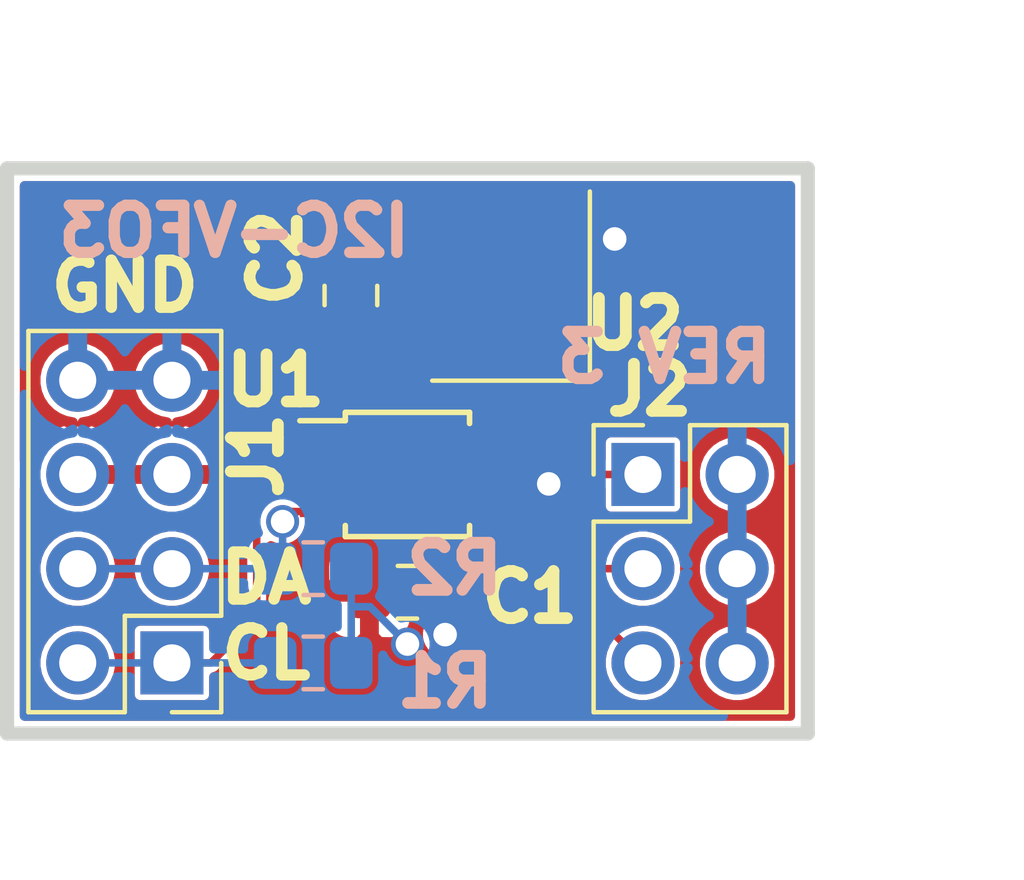
<source format=kicad_pcb>
(kicad_pcb (version 20171130) (host pcbnew "(5.1.5)-3")

  (general
    (thickness 1.6002)
    (drawings 11)
    (tracks 52)
    (zones 0)
    (modules 8)
    (nets 10)
  )

  (page A4)
  (title_block
    (date "6 jul 2012")
  )

  (layers
    (0 Front signal)
    (31 Back power)
    (32 B.Adhes user hide)
    (33 F.Adhes user hide)
    (34 B.Paste user hide)
    (35 F.Paste user hide)
    (36 B.SilkS user)
    (37 F.SilkS user)
    (38 B.Mask user hide)
    (39 F.Mask user)
    (40 Dwgs.User user)
    (41 Cmts.User user hide)
    (42 Eco1.User user hide)
    (43 Eco2.User user hide)
    (44 Edge.Cuts user)
    (45 Margin user hide)
    (46 B.CrtYd user hide)
    (47 F.CrtYd user hide)
    (48 B.Fab user hide)
    (49 F.Fab user hide)
  )

  (setup
    (last_trace_width 0.2032)
    (trace_clearance 0.1524)
    (zone_clearance 0.1524)
    (zone_45_only no)
    (trace_min 0.2032)
    (via_size 0.889)
    (via_drill 0.635)
    (via_min_size 0.889)
    (via_min_drill 0.508)
    (uvia_size 0.508)
    (uvia_drill 0.127)
    (uvias_allowed no)
    (uvia_min_size 0.508)
    (uvia_min_drill 0.127)
    (edge_width 0.381)
    (segment_width 0.381)
    (pcb_text_width 0.3048)
    (pcb_text_size 1.524 2.032)
    (mod_edge_width 0.381)
    (mod_text_size 1.27 1.27)
    (mod_text_width 0.3048)
    (pad_size 1.524 1.524)
    (pad_drill 0.8128)
    (pad_to_mask_clearance 0.0508)
    (solder_mask_min_width 0.1016)
    (aux_axis_origin 0 0)
    (visible_elements 7FFFFF7F)
    (pcbplotparams
      (layerselection 0x010f0_ffffffff)
      (usegerberextensions true)
      (usegerberattributes false)
      (usegerberadvancedattributes false)
      (creategerberjobfile false)
      (excludeedgelayer true)
      (linewidth 0.150000)
      (plotframeref false)
      (viasonmask false)
      (mode 1)
      (useauxorigin false)
      (hpglpennumber 1)
      (hpglpenspeed 20)
      (hpglpendiameter 15.000000)
      (psnegative false)
      (psa4output false)
      (plotreference true)
      (plotvalue true)
      (plotinvisibletext false)
      (padsonsilk false)
      (subtractmaskfromsilk false)
      (outputformat 1)
      (mirror false)
      (drillshape 0)
      (scaleselection 1)
      (outputdirectory "plots/"))
  )

  (net 0 "")
  (net 1 /SDA)
  (net 2 GND)
  (net 3 /SCL)
  (net 4 +3V3)
  (net 5 "Net-(J2-Pad1)")
  (net 6 "Net-(J2-Pad3)")
  (net 7 "Net-(J2-Pad5)")
  (net 8 "Net-(C2-Pad1)")
  (net 9 "Net-(C2-Pad2)")

  (net_class Default "This is the default net class."
    (clearance 0.1524)
    (trace_width 0.2032)
    (via_dia 0.889)
    (via_drill 0.635)
    (uvia_dia 0.508)
    (uvia_drill 0.127)
    (diff_pair_width 0.2032)
    (diff_pair_gap 0.25)
    (add_net +3V3)
    (add_net /SCL)
    (add_net /SDA)
    (add_net GND)
    (add_net "Net-(C2-Pad1)")
    (add_net "Net-(C2-Pad2)")
    (add_net "Net-(J2-Pad1)")
    (add_net "Net-(J2-Pad3)")
    (add_net "Net-(J2-Pad5)")
  )

  (module Connector_PinHeader_2.54mm:PinHeader_2x04_P2.54mm_Vertical (layer Front) (tedit 59FED5CC) (tstamp 5F5CF6BF)
    (at 20.32 27.94 180)
    (descr "Through hole straight pin header, 2x04, 2.54mm pitch, double rows")
    (tags "Through hole pin header THT 2x04 2.54mm double row")
    (path /5F5CDB72)
    (fp_text reference J1 (at -2.286 5.588 90) (layer F.SilkS)
      (effects (font (size 1.27 1.27) (thickness 0.381)))
    )
    (fp_text value Conn_02x04_Odd_Even (at 1.27 9.95) (layer F.Fab)
      (effects (font (size 1 1) (thickness 0.15)))
    )
    (fp_line (start 0 -1.27) (end 3.81 -1.27) (layer F.Fab) (width 0.1))
    (fp_line (start 3.81 -1.27) (end 3.81 8.89) (layer F.Fab) (width 0.1))
    (fp_line (start 3.81 8.89) (end -1.27 8.89) (layer F.Fab) (width 0.1))
    (fp_line (start -1.27 8.89) (end -1.27 0) (layer F.Fab) (width 0.1))
    (fp_line (start -1.27 0) (end 0 -1.27) (layer F.Fab) (width 0.1))
    (fp_line (start -1.33 8.95) (end 3.87 8.95) (layer F.SilkS) (width 0.12))
    (fp_line (start -1.33 1.27) (end -1.33 8.95) (layer F.SilkS) (width 0.12))
    (fp_line (start 3.87 -1.33) (end 3.87 8.95) (layer F.SilkS) (width 0.12))
    (fp_line (start -1.33 1.27) (end 1.27 1.27) (layer F.SilkS) (width 0.12))
    (fp_line (start 1.27 1.27) (end 1.27 -1.33) (layer F.SilkS) (width 0.12))
    (fp_line (start 1.27 -1.33) (end 3.87 -1.33) (layer F.SilkS) (width 0.12))
    (fp_line (start -1.33 0) (end -1.33 -1.33) (layer F.SilkS) (width 0.12))
    (fp_line (start -1.33 -1.33) (end 0 -1.33) (layer F.SilkS) (width 0.12))
    (fp_line (start -1.8 -1.8) (end -1.8 9.4) (layer F.CrtYd) (width 0.05))
    (fp_line (start -1.8 9.4) (end 4.35 9.4) (layer F.CrtYd) (width 0.05))
    (fp_line (start 4.35 9.4) (end 4.35 -1.8) (layer F.CrtYd) (width 0.05))
    (fp_line (start 4.35 -1.8) (end -1.8 -1.8) (layer F.CrtYd) (width 0.05))
    (fp_text user %R (at 1.27 3.81 90) (layer F.Fab)
      (effects (font (size 1.27 1.27) (thickness 0.381)))
    )
    (pad 1 thru_hole rect (at 0 0 180) (size 1.7 1.7) (drill 1) (layers *.Cu *.Mask)
      (net 3 /SCL))
    (pad 2 thru_hole oval (at 2.54 0 180) (size 1.7 1.7) (drill 1) (layers *.Cu *.Mask)
      (net 3 /SCL))
    (pad 3 thru_hole oval (at 0 2.54 180) (size 1.7 1.7) (drill 1) (layers *.Cu *.Mask)
      (net 1 /SDA))
    (pad 4 thru_hole oval (at 2.54 2.54 180) (size 1.7 1.7) (drill 1) (layers *.Cu *.Mask)
      (net 1 /SDA))
    (pad 5 thru_hole oval (at 0 5.08 180) (size 1.7 1.7) (drill 1) (layers *.Cu *.Mask)
      (net 4 +3V3))
    (pad 6 thru_hole oval (at 2.54 5.08 180) (size 1.7 1.7) (drill 1) (layers *.Cu *.Mask)
      (net 4 +3V3))
    (pad 7 thru_hole oval (at 0 7.62 180) (size 1.7 1.7) (drill 1) (layers *.Cu *.Mask)
      (net 2 GND))
    (pad 8 thru_hole oval (at 2.54 7.62 180) (size 1.7 1.7) (drill 1) (layers *.Cu *.Mask)
      (net 2 GND))
    (model ${KISYS3DMOD}/Connector_PinHeader_2.54mm.3dshapes/PinHeader_2x04_P2.54mm_Vertical.wrl
      (at (xyz 0 0 0))
      (scale (xyz 1 1 1))
      (rotate (xyz 0 0 0))
    )
  )

  (module Connector_PinHeader_2.54mm:PinHeader_2x03_P2.54mm_Vertical (layer Front) (tedit 59FED5CC) (tstamp 5F5CF786)
    (at 33.02 22.86)
    (descr "Through hole straight pin header, 2x03, 2.54mm pitch, double rows")
    (tags "Through hole pin header THT 2x03 2.54mm double row")
    (path /5F5D2A08)
    (fp_text reference J2 (at 0.18 -2.286) (layer F.SilkS)
      (effects (font (size 1.27 1.27) (thickness 0.381)))
    )
    (fp_text value Conn_02x03_Odd_Even (at 1.27 7.41) (layer F.Fab)
      (effects (font (size 1 1) (thickness 0.15)))
    )
    (fp_text user %R (at 1.27 2.54 90) (layer F.Fab)
      (effects (font (size 1.27 1.27) (thickness 0.381)))
    )
    (fp_line (start 4.35 -1.8) (end -1.8 -1.8) (layer F.CrtYd) (width 0.05))
    (fp_line (start 4.35 6.85) (end 4.35 -1.8) (layer F.CrtYd) (width 0.05))
    (fp_line (start -1.8 6.85) (end 4.35 6.85) (layer F.CrtYd) (width 0.05))
    (fp_line (start -1.8 -1.8) (end -1.8 6.85) (layer F.CrtYd) (width 0.05))
    (fp_line (start -1.33 -1.33) (end 0 -1.33) (layer F.SilkS) (width 0.12))
    (fp_line (start -1.33 0) (end -1.33 -1.33) (layer F.SilkS) (width 0.12))
    (fp_line (start 1.27 -1.33) (end 3.87 -1.33) (layer F.SilkS) (width 0.12))
    (fp_line (start 1.27 1.27) (end 1.27 -1.33) (layer F.SilkS) (width 0.12))
    (fp_line (start -1.33 1.27) (end 1.27 1.27) (layer F.SilkS) (width 0.12))
    (fp_line (start 3.87 -1.33) (end 3.87 6.41) (layer F.SilkS) (width 0.12))
    (fp_line (start -1.33 1.27) (end -1.33 6.41) (layer F.SilkS) (width 0.12))
    (fp_line (start -1.33 6.41) (end 3.87 6.41) (layer F.SilkS) (width 0.12))
    (fp_line (start -1.27 0) (end 0 -1.27) (layer F.Fab) (width 0.1))
    (fp_line (start -1.27 6.35) (end -1.27 0) (layer F.Fab) (width 0.1))
    (fp_line (start 3.81 6.35) (end -1.27 6.35) (layer F.Fab) (width 0.1))
    (fp_line (start 3.81 -1.27) (end 3.81 6.35) (layer F.Fab) (width 0.1))
    (fp_line (start 0 -1.27) (end 3.81 -1.27) (layer F.Fab) (width 0.1))
    (pad 6 thru_hole oval (at 2.54 5.08) (size 1.7 1.7) (drill 1) (layers *.Cu *.Mask)
      (net 2 GND))
    (pad 5 thru_hole oval (at 0 5.08) (size 1.7 1.7) (drill 1) (layers *.Cu *.Mask)
      (net 7 "Net-(J2-Pad5)"))
    (pad 4 thru_hole oval (at 2.54 2.54) (size 1.7 1.7) (drill 1) (layers *.Cu *.Mask)
      (net 2 GND))
    (pad 3 thru_hole oval (at 0 2.54) (size 1.7 1.7) (drill 1) (layers *.Cu *.Mask)
      (net 6 "Net-(J2-Pad3)"))
    (pad 2 thru_hole oval (at 2.54 0) (size 1.7 1.7) (drill 1) (layers *.Cu *.Mask)
      (net 2 GND))
    (pad 1 thru_hole rect (at 0 0) (size 1.7 1.7) (drill 1) (layers *.Cu *.Mask)
      (net 5 "Net-(J2-Pad1)"))
    (model ${KISYS3DMOD}/Connector_PinHeader_2.54mm.3dshapes/PinHeader_2x03_P2.54mm_Vertical.wrl
      (at (xyz 0 0 0))
      (scale (xyz 1 1 1))
      (rotate (xyz 0 0 0))
    )
  )

  (module Package_SO:MSOP-10_3x3mm_P0.5mm (layer Front) (tedit 5A02F25C) (tstamp 5F5CDF5A)
    (at 26.67 22.86)
    (descr "10-Lead Plastic Micro Small Outline Package (MS) [MSOP] (see Microchip Packaging Specification 00000049BS.pdf)")
    (tags "SSOP 0.5")
    (path /5F517767)
    (solder_mask_margin 0.0508)
    (solder_paste_margin -0.0254)
    (clearance 0.000152)
    (attr smd)
    (fp_text reference U1 (at -3.556 -2.54) (layer F.SilkS)
      (effects (font (size 1.27 1.27) (thickness 0.381)))
    )
    (fp_text value Si5351A (at 0 2.6) (layer F.Fab)
      (effects (font (size 1 1) (thickness 0.15)))
    )
    (fp_line (start -0.5 -1.5) (end 1.5 -1.5) (layer F.Fab) (width 0.15))
    (fp_line (start 1.5 -1.5) (end 1.5 1.5) (layer F.Fab) (width 0.15))
    (fp_line (start 1.5 1.5) (end -1.5 1.5) (layer F.Fab) (width 0.15))
    (fp_line (start -1.5 1.5) (end -1.5 -0.5) (layer F.Fab) (width 0.15))
    (fp_line (start -1.5 -0.5) (end -0.5 -1.5) (layer F.Fab) (width 0.15))
    (fp_line (start -3.15 -1.85) (end -3.15 1.85) (layer F.CrtYd) (width 0.05))
    (fp_line (start 3.15 -1.85) (end 3.15 1.85) (layer F.CrtYd) (width 0.05))
    (fp_line (start -3.15 -1.85) (end 3.15 -1.85) (layer F.CrtYd) (width 0.05))
    (fp_line (start -3.15 1.85) (end 3.15 1.85) (layer F.CrtYd) (width 0.05))
    (fp_line (start -1.675 -1.675) (end -1.675 -1.45) (layer F.SilkS) (width 0.15))
    (fp_line (start 1.675 -1.675) (end 1.675 -1.375) (layer F.SilkS) (width 0.15))
    (fp_line (start 1.675 1.675) (end 1.675 1.375) (layer F.SilkS) (width 0.15))
    (fp_line (start -1.675 1.675) (end -1.675 1.375) (layer F.SilkS) (width 0.15))
    (fp_line (start -1.675 -1.675) (end 1.675 -1.675) (layer F.SilkS) (width 0.15))
    (fp_line (start -1.675 1.675) (end 1.675 1.675) (layer F.SilkS) (width 0.15))
    (fp_line (start -1.675 -1.45) (end -2.9 -1.45) (layer F.SilkS) (width 0.15))
    (fp_text user %R (at 0 0) (layer F.Fab)
      (effects (font (size 1.27 1.27) (thickness 0.381)))
    )
    (pad 1 smd rect (at -2.2 -1) (size 1.4 0.3) (layers Front F.Paste F.Mask)
      (net 4 +3V3))
    (pad 2 smd rect (at -2.2 -0.5) (size 1.4 0.3) (layers Front F.Paste F.Mask)
      (net 8 "Net-(C2-Pad1)"))
    (pad 3 smd rect (at -2.2 0) (size 1.4 0.3) (layers Front F.Paste F.Mask))
    (pad 4 smd rect (at -2.2 0.5) (size 1.4 0.3) (layers Front F.Paste F.Mask)
      (net 3 /SCL))
    (pad 5 smd rect (at -2.2 1) (size 1.4 0.3) (layers Front F.Paste F.Mask)
      (net 1 /SDA))
    (pad 6 smd rect (at 2.2 1) (size 1.4 0.3) (layers Front F.Paste F.Mask)
      (net 7 "Net-(J2-Pad5)"))
    (pad 7 smd rect (at 2.2 0.5) (size 1.4 0.3) (layers Front F.Paste F.Mask)
      (net 4 +3V3))
    (pad 8 smd rect (at 2.2 0) (size 1.4 0.3) (layers Front F.Paste F.Mask)
      (net 2 GND))
    (pad 9 smd rect (at 2.2 -0.5) (size 1.4 0.3) (layers Front F.Paste F.Mask)
      (net 6 "Net-(J2-Pad3)"))
    (pad 10 smd rect (at 2.2 -1) (size 1.4 0.3) (layers Front F.Paste F.Mask)
      (net 5 "Net-(J2-Pad1)"))
    (model ${KISYS3DMOD}/Package_SO.3dshapes/MSOP-10_3x3mm_P0.5mm.wrl
      (at (xyz 0 0 0))
      (scale (xyz 1 1 1))
      (rotate (xyz 0 0 0))
    )
  )

  (module Resistor_SMD:R_0805_2012Metric_Pad1.15x1.40mm_HandSolder (layer Back) (tedit 5B36C52B) (tstamp 5F5CE61F)
    (at 24.13 27.94 180)
    (descr "Resistor SMD 0805 (2012 Metric), square (rectangular) end terminal, IPC_7351 nominal with elongated pad for handsoldering. (Body size source: https://docs.google.com/spreadsheets/d/1BsfQQcO9C6DZCsRaXUlFlo91Tg2WpOkGARC1WS5S8t0/edit?usp=sharing), generated with kicad-footprint-generator")
    (tags "resistor handsolder")
    (path /4FECA2B1)
    (attr smd)
    (fp_text reference R1 (at -3.556 -0.508) (layer B.SilkS)
      (effects (font (size 1.27 1.27) (thickness 0.381)) (justify mirror))
    )
    (fp_text value 2.2K (at 0 -1.65) (layer B.Fab)
      (effects (font (size 1 1) (thickness 0.15)) (justify mirror))
    )
    (fp_text user %R (at 0 0) (layer B.Fab)
      (effects (font (size 1.27 1.27) (thickness 0.381)) (justify mirror))
    )
    (fp_line (start 1.85 -0.95) (end -1.85 -0.95) (layer B.CrtYd) (width 0.05))
    (fp_line (start 1.85 0.95) (end 1.85 -0.95) (layer B.CrtYd) (width 0.05))
    (fp_line (start -1.85 0.95) (end 1.85 0.95) (layer B.CrtYd) (width 0.05))
    (fp_line (start -1.85 -0.95) (end -1.85 0.95) (layer B.CrtYd) (width 0.05))
    (fp_line (start -0.261252 -0.71) (end 0.261252 -0.71) (layer B.SilkS) (width 0.12))
    (fp_line (start -0.261252 0.71) (end 0.261252 0.71) (layer B.SilkS) (width 0.12))
    (fp_line (start 1 -0.6) (end -1 -0.6) (layer B.Fab) (width 0.1))
    (fp_line (start 1 0.6) (end 1 -0.6) (layer B.Fab) (width 0.1))
    (fp_line (start -1 0.6) (end 1 0.6) (layer B.Fab) (width 0.1))
    (fp_line (start -1 -0.6) (end -1 0.6) (layer B.Fab) (width 0.1))
    (pad 2 smd roundrect (at 1.025 0 180) (size 1.15 1.4) (layers Back B.Paste B.Mask) (roundrect_rratio 0.217391)
      (net 3 /SCL))
    (pad 1 smd roundrect (at -1.025 0 180) (size 1.15 1.4) (layers Back B.Paste B.Mask) (roundrect_rratio 0.217391)
      (net 4 +3V3))
    (model ${KISYS3DMOD}/Resistor_SMD.3dshapes/R_0805_2012Metric.wrl
      (at (xyz 0 0 0))
      (scale (xyz 1 1 1))
      (rotate (xyz 0 0 0))
    )
  )

  (module Resistor_SMD:R_0805_2012Metric_Pad1.15x1.40mm_HandSolder (layer Back) (tedit 5B36C52B) (tstamp 5F5CE620)
    (at 24.13 25.4 180)
    (descr "Resistor SMD 0805 (2012 Metric), square (rectangular) end terminal, IPC_7351 nominal with elongated pad for handsoldering. (Body size source: https://docs.google.com/spreadsheets/d/1BsfQQcO9C6DZCsRaXUlFlo91Tg2WpOkGARC1WS5S8t0/edit?usp=sharing), generated with kicad-footprint-generator")
    (tags "resistor handsolder")
    (path /4FECA3D8)
    (attr smd)
    (fp_text reference R2 (at -3.81 0) (layer B.SilkS)
      (effects (font (size 1.27 1.27) (thickness 0.381)) (justify mirror))
    )
    (fp_text value 2.2K (at 0 -1.65) (layer B.Fab)
      (effects (font (size 1 1) (thickness 0.15)) (justify mirror))
    )
    (fp_line (start -1 -0.6) (end -1 0.6) (layer B.Fab) (width 0.1))
    (fp_line (start -1 0.6) (end 1 0.6) (layer B.Fab) (width 0.1))
    (fp_line (start 1 0.6) (end 1 -0.6) (layer B.Fab) (width 0.1))
    (fp_line (start 1 -0.6) (end -1 -0.6) (layer B.Fab) (width 0.1))
    (fp_line (start -0.261252 0.71) (end 0.261252 0.71) (layer B.SilkS) (width 0.12))
    (fp_line (start -0.261252 -0.71) (end 0.261252 -0.71) (layer B.SilkS) (width 0.12))
    (fp_line (start -1.85 -0.95) (end -1.85 0.95) (layer B.CrtYd) (width 0.05))
    (fp_line (start -1.85 0.95) (end 1.85 0.95) (layer B.CrtYd) (width 0.05))
    (fp_line (start 1.85 0.95) (end 1.85 -0.95) (layer B.CrtYd) (width 0.05))
    (fp_line (start 1.85 -0.95) (end -1.85 -0.95) (layer B.CrtYd) (width 0.05))
    (fp_text user %R (at 0 0) (layer B.Fab)
      (effects (font (size 1.27 1.27) (thickness 0.381)) (justify mirror))
    )
    (pad 1 smd roundrect (at -1.025 0 180) (size 1.15 1.4) (layers Back B.Paste B.Mask) (roundrect_rratio 0.217391)
      (net 4 +3V3))
    (pad 2 smd roundrect (at 1.025 0 180) (size 1.15 1.4) (layers Back B.Paste B.Mask) (roundrect_rratio 0.217391)
      (net 1 /SDA))
    (model ${KISYS3DMOD}/Resistor_SMD.3dshapes/R_0805_2012Metric.wrl
      (at (xyz 0 0 0))
      (scale (xyz 1 1 1))
      (rotate (xyz 0 0 0))
    )
  )

  (module Oscillator:Oscillator_SMD_Abracon_ASE-4Pin_3.2x2.5mm_HandSoldering (layer Front) (tedit 5FC78DA5) (tstamp 5FC791E9)
    (at 29.464 17.78 90)
    (descr "Miniature Crystal Clock Oscillator Abracon ASE series, http://www.abracon.com/Oscillators/ASEseries.pdf, hand-soldering, 3.2x2.5mm^2 package")
    (tags "SMD SMT crystal oscillator hand-soldering")
    (path /5FC797B9)
    (attr smd)
    (fp_text reference U2 (at -1.02 3.336 180) (layer F.SilkS)
      (effects (font (size 1.27 1.27) (thickness 0.3175)))
    )
    (fp_text value ASE-xxxMHz (at 0 2.925 90) (layer F.Fab)
      (effects (font (size 1 1) (thickness 0.15)))
    )
    (fp_text user %R (at 0 0 90) (layer F.Fab)
      (effects (font (size 0.7 0.7) (thickness 0.105)))
    )
    (fp_line (start -1.5 -1.25) (end 1.5 -1.25) (layer F.Fab) (width 0.1))
    (fp_line (start 1.5 -1.25) (end 1.6 -1.15) (layer F.Fab) (width 0.1))
    (fp_line (start 1.6 -1.15) (end 1.6 1.15) (layer F.Fab) (width 0.1))
    (fp_line (start 1.6 1.15) (end 1.5 1.25) (layer F.Fab) (width 0.1))
    (fp_line (start 1.5 1.25) (end -1.5 1.25) (layer F.Fab) (width 0.1))
    (fp_line (start -1.5 1.25) (end -1.6 1.15) (layer F.Fab) (width 0.1))
    (fp_line (start -1.6 1.15) (end -1.6 -1.15) (layer F.Fab) (width 0.1))
    (fp_line (start -1.6 -1.15) (end -1.5 -1.25) (layer F.Fab) (width 0.1))
    (fp_line (start -1.6 0.25) (end -0.6 1.25) (layer F.Fab) (width 0.1))
    (fp_line (start -2.55 -2.125) (end -2.55 2.125) (layer F.SilkS) (width 0.12))
    (fp_line (start -2.55 2.125) (end 2.55 2.125) (layer F.SilkS) (width 0.12))
    (fp_line (start -2.6 -2.2) (end -2.6 2.2) (layer F.CrtYd) (width 0.05))
    (fp_line (start -2.6 2.2) (end 2.6 2.2) (layer F.CrtYd) (width 0.05))
    (fp_line (start 2.6 2.2) (end 2.6 -2.2) (layer F.CrtYd) (width 0.05))
    (fp_line (start 2.6 -2.2) (end -2.6 -2.2) (layer F.CrtYd) (width 0.05))
    (fp_circle (center 0 0) (end 0.25 0) (layer F.Adhes) (width 0.1))
    (fp_circle (center 0 0) (end 0.208333 0) (layer F.Adhes) (width 0.083333))
    (fp_circle (center 0 0) (end 0.133333 0) (layer F.Adhes) (width 0.083333))
    (fp_circle (center 0 0) (end 0.058333 0) (layer F.Adhes) (width 0.116667))
    (pad 1 smd rect (at -1.375 1.1 90) (size 1.95 1.65) (layers Front F.Paste F.Mask))
    (pad 2 smd rect (at 1.375 1.1 90) (size 1.95 1.65) (layers Front F.Paste F.Mask)
      (net 2 GND))
    (pad 3 smd rect (at 1.375 -1.1 90) (size 1.95 1.65) (layers Front F.Paste F.Mask)
      (net 9 "Net-(C2-Pad2)"))
    (pad 4 smd rect (at -1.375 -1.1 90) (size 1.95 1.65) (layers Front F.Paste F.Mask)
      (net 4 +3V3))
    (model ${KISYS3DMOD}/Oscillator.3dshapes/Oscillator_SMD_Abracon_ASE-4Pin_3.2x2.5mm_HandSoldering.wrl
      (at (xyz 0 0 0))
      (scale (xyz 1 1 1))
      (rotate (xyz 0 0 0))
    )
  )

  (module Capacitor_SMD:C_0805_2012Metric_Pad1.15x1.40mm_HandSolder (layer Front) (tedit 5FC78DB8) (tstamp 5FC7A05A)
    (at 25.146 18.034 90)
    (descr "Capacitor SMD 0805 (2012 Metric), square (rectangular) end terminal, IPC_7351 nominal with elongated pad for handsoldering. (Body size source: https://docs.google.com/spreadsheets/d/1BsfQQcO9C6DZCsRaXUlFlo91Tg2WpOkGARC1WS5S8t0/edit?usp=sharing), generated with kicad-footprint-generator")
    (tags "capacitor handsolder")
    (path /5FC796BB)
    (attr smd)
    (fp_text reference C2 (at 1.016 -2.032 90) (layer F.SilkS)
      (effects (font (size 1.27 1.27) (thickness 0.3175)))
    )
    (fp_text value 0.1uF (at 0 1.65 90) (layer F.Fab)
      (effects (font (size 1 1) (thickness 0.15)))
    )
    (fp_line (start -1 0.6) (end -1 -0.6) (layer F.Fab) (width 0.1))
    (fp_line (start -1 -0.6) (end 1 -0.6) (layer F.Fab) (width 0.1))
    (fp_line (start 1 -0.6) (end 1 0.6) (layer F.Fab) (width 0.1))
    (fp_line (start 1 0.6) (end -1 0.6) (layer F.Fab) (width 0.1))
    (fp_line (start -0.261252 -0.71) (end 0.261252 -0.71) (layer F.SilkS) (width 0.12))
    (fp_line (start -0.261252 0.71) (end 0.261252 0.71) (layer F.SilkS) (width 0.12))
    (fp_line (start -1.85 0.95) (end -1.85 -0.95) (layer F.CrtYd) (width 0.05))
    (fp_line (start -1.85 -0.95) (end 1.85 -0.95) (layer F.CrtYd) (width 0.05))
    (fp_line (start 1.85 -0.95) (end 1.85 0.95) (layer F.CrtYd) (width 0.05))
    (fp_line (start 1.85 0.95) (end -1.85 0.95) (layer F.CrtYd) (width 0.05))
    (fp_text user %R (at 0 0 90) (layer F.Fab)
      (effects (font (size 0.5 0.5) (thickness 0.08)))
    )
    (pad 1 smd roundrect (at -1.025 0 90) (size 1.15 1.4) (layers Front F.Paste F.Mask) (roundrect_rratio 0.217391)
      (net 8 "Net-(C2-Pad1)"))
    (pad 2 smd roundrect (at 1.025 0 90) (size 1.15 1.4) (layers Front F.Paste F.Mask) (roundrect_rratio 0.217391)
      (net 9 "Net-(C2-Pad2)"))
    (model ${KISYS3DMOD}/Capacitor_SMD.3dshapes/C_0805_2012Metric.wrl
      (at (xyz 0 0 0))
      (scale (xyz 1 1 1))
      (rotate (xyz 0 0 0))
    )
  )

  (module Capacitor_SMD:C_0805_2012Metric_Pad1.15x1.40mm_HandSolder (layer Front) (tedit 5FC78DCF) (tstamp 5FC7A08B)
    (at 26.67 26.035)
    (descr "Capacitor SMD 0805 (2012 Metric), square (rectangular) end terminal, IPC_7351 nominal with elongated pad for handsoldering. (Body size source: https://docs.google.com/spreadsheets/d/1BsfQQcO9C6DZCsRaXUlFlo91Tg2WpOkGARC1WS5S8t0/edit?usp=sharing), generated with kicad-footprint-generator")
    (tags "capacitor handsolder")
    (path /561DC674)
    (attr smd)
    (fp_text reference C1 (at 3.302 0.127) (layer F.SilkS)
      (effects (font (size 1.27 1.27) (thickness 0.3175)))
    )
    (fp_text value 0.1uF (at 0 1.65) (layer F.Fab)
      (effects (font (size 1 1) (thickness 0.15)))
    )
    (fp_line (start -1 0.6) (end -1 -0.6) (layer F.Fab) (width 0.1))
    (fp_line (start -1 -0.6) (end 1 -0.6) (layer F.Fab) (width 0.1))
    (fp_line (start 1 -0.6) (end 1 0.6) (layer F.Fab) (width 0.1))
    (fp_line (start 1 0.6) (end -1 0.6) (layer F.Fab) (width 0.1))
    (fp_line (start -0.261252 -0.71) (end 0.261252 -0.71) (layer F.SilkS) (width 0.12))
    (fp_line (start -0.261252 0.71) (end 0.261252 0.71) (layer F.SilkS) (width 0.12))
    (fp_line (start -1.85 0.95) (end -1.85 -0.95) (layer F.CrtYd) (width 0.05))
    (fp_line (start -1.85 -0.95) (end 1.85 -0.95) (layer F.CrtYd) (width 0.05))
    (fp_line (start 1.85 -0.95) (end 1.85 0.95) (layer F.CrtYd) (width 0.05))
    (fp_line (start 1.85 0.95) (end -1.85 0.95) (layer F.CrtYd) (width 0.05))
    (fp_text user %R (at 0 0) (layer F.Fab)
      (effects (font (size 0.5 0.5) (thickness 0.08)))
    )
    (pad 1 smd roundrect (at -1.025 0) (size 1.15 1.4) (layers Front F.Paste F.Mask) (roundrect_rratio 0.217391)
      (net 4 +3V3))
    (pad 2 smd roundrect (at 1.025 0) (size 1.15 1.4) (layers Front F.Paste F.Mask) (roundrect_rratio 0.217391)
      (net 2 GND))
    (model ${KISYS3DMOD}/Capacitor_SMD.3dshapes/C_0805_2012Metric.wrl
      (at (xyz 0 0 0))
      (scale (xyz 1 1 1))
      (rotate (xyz 0 0 0))
    )
  )

  (gr_text "REV 3" (at 33.6 19.7) (layer B.SilkS)
    (effects (font (size 1.27 1.27) (thickness 0.3048)) (justify mirror))
  )
  (gr_text I2C-VFO3 (at 22 16.3) (layer B.SilkS)
    (effects (font (size 1.27 1.27) (thickness 0.3048)) (justify mirror))
  )
  (gr_text "DA\nCL" (at 22.86 26.67) (layer F.SilkS) (tstamp 5FC78E7E)
    (effects (font (size 1.27 1.27) (thickness 0.3048)))
  )
  (dimension 14.605 (width 0.381) (layer Dwgs.User)
    (gr_text "0.5750 in" (at 42.171 22.5425 270) (layer Dwgs.User)
      (effects (font (size 1 1) (thickness 0.15)))
    )
    (feature1 (pts (xy 37.465 29.845) (xy 41.226421 29.845)))
    (feature2 (pts (xy 37.465 15.24) (xy 41.226421 15.24)))
    (crossbar (pts (xy 40.64 15.24) (xy 40.64 29.845)))
    (arrow1a (pts (xy 40.64 29.845) (xy 40.053579 28.718496)))
    (arrow1b (pts (xy 40.64 29.845) (xy 41.226421 28.718496)))
    (arrow2a (pts (xy 40.64 15.24) (xy 40.053579 16.366504)))
    (arrow2b (pts (xy 40.64 15.24) (xy 41.226421 16.366504)))
  )
  (dimension 21.59 (width 0.381) (layer Dwgs.User)
    (gr_text "0.8500 in" (at 26.67 10.534001) (layer Dwgs.User)
      (effects (font (size 1 1) (thickness 0.15)))
    )
    (feature1 (pts (xy 15.875 14.605) (xy 15.875 11.47858)))
    (feature2 (pts (xy 37.465 14.605) (xy 37.465 11.47858)))
    (crossbar (pts (xy 37.465 12.065001) (xy 15.875 12.065001)))
    (arrow1a (pts (xy 15.875 12.065001) (xy 17.001504 11.47858)))
    (arrow1b (pts (xy 15.875 12.065001) (xy 17.001504 12.651422)))
    (arrow2a (pts (xy 37.465 12.065001) (xy 36.338496 11.47858)))
    (arrow2b (pts (xy 37.465 12.065001) (xy 36.338496 12.651422)))
  )
  (dimension 17.78 (width 0.381) (layer Dwgs.User)
    (gr_text "0.7000 in" (at 26.67 34.551) (layer Dwgs.User)
      (effects (font (size 1 1) (thickness 0.15)))
    )
    (feature1 (pts (xy 35.56 28.575) (xy 35.56 33.606421)))
    (feature2 (pts (xy 17.78 28.575) (xy 17.78 33.606421)))
    (crossbar (pts (xy 17.78 33.02) (xy 35.56 33.02)))
    (arrow1a (pts (xy 35.56 33.02) (xy 34.433496 33.606421)))
    (arrow1b (pts (xy 35.56 33.02) (xy 34.433496 32.433579)))
    (arrow2a (pts (xy 17.78 33.02) (xy 18.906504 33.606421)))
    (arrow2b (pts (xy 17.78 33.02) (xy 18.906504 32.433579)))
  )
  (gr_line (start 15.875 14.605) (end 15.875 29.845) (layer Edge.Cuts) (width 0.381) (tstamp 5F5CFE3E))
  (gr_line (start 37.465 14.605) (end 15.875 14.605) (layer Edge.Cuts) (width 0.381))
  (gr_line (start 37.465 29.845) (end 37.465 14.605) (layer Edge.Cuts) (width 0.381))
  (gr_line (start 15.875 29.845) (end 37.465 29.845) (layer Edge.Cuts) (width 0.381))
  (gr_text GND (at 19.05 17.78) (layer F.SilkS)
    (effects (font (size 1.27 1.27) (thickness 0.3048)))
  )

  (segment (start 17.78 25.4) (end 20.32 25.4) (width 0.2032) (layer Back) (net 1) (status 30))
  (segment (start 20.32 25.4) (end 23.105 25.4) (width 0.2032) (layer Back) (net 1) (status 30))
  (via (at 23.3045 24.13) (size 0.889) (drill 0.635) (layers Front Back) (net 1))
  (segment (start 24.47 23.86) (end 23.5745 23.86) (width 0.2032) (layer Front) (net 1) (status 10))
  (segment (start 23.5745 23.86) (end 23.3045 24.13) (width 0.2032) (layer Front) (net 1))
  (segment (start 23.3045 25.2005) (end 23.105 25.4) (width 0.2032) (layer Back) (net 1) (status 30))
  (segment (start 23.3045 24.13) (end 23.3045 25.2005) (width 0.2032) (layer Back) (net 1) (status 20))
  (via (at 27.686 27.178) (size 0.889) (drill 0.635) (layers Front Back) (net 2))
  (segment (start 27.92 26.035) (end 27.92 26.944) (width 0.2032) (layer Front) (net 2) (status 10))
  (segment (start 27.92 26.944) (end 27.686 27.178) (width 0.2032) (layer Front) (net 2))
  (segment (start 28.87 22.86) (end 30.226 22.86) (width 0.2032) (layer Front) (net 2) (status 10))
  (segment (start 30.226 22.86) (end 30.48 23.114) (width 0.2032) (layer Front) (net 2))
  (via (at 30.48 23.114) (size 0.889) (drill 0.635) (layers Front Back) (net 2))
  (via (at 32.258 16.51) (size 0.889) (drill 0.635) (layers Front Back) (net 2))
  (segment (start 30.564 16.405) (end 32.153 16.405) (width 0.2032) (layer Front) (net 2))
  (segment (start 32.153 16.405) (end 32.258 16.51) (width 0.2032) (layer Front) (net 2))
  (segment (start 17.78 27.94) (end 20.32 27.94) (width 0.2032) (layer Back) (net 3) (status 30))
  (segment (start 20.32 27.94) (end 23.105 27.94) (width 0.2032) (layer Back) (net 3) (status 30))
  (segment (start 21.3732 27.94) (end 22.606 26.7072) (width 0.2032) (layer Front) (net 3))
  (segment (start 20.32 27.94) (end 21.3732 27.94) (width 0.2032) (layer Front) (net 3) (status 10))
  (segment (start 22.606 26.7072) (end 22.606 23.622) (width 0.2032) (layer Front) (net 3))
  (segment (start 22.868 23.36) (end 24.47 23.36) (width 0.2032) (layer Front) (net 3) (status 20))
  (segment (start 22.606 23.622) (end 22.868 23.36) (width 0.2032) (layer Front) (net 3))
  (segment (start 25.155 27.94) (end 25.155 27.24) (width 0.2032) (layer Back) (net 4) (status 30))
  (via (at 26.67 27.432) (size 0.889) (drill 0.635) (layers Front Back) (net 4))
  (segment (start 25.155 26.425) (end 25.663 26.425) (width 0.2032) (layer Back) (net 4))
  (segment (start 25.663 26.425) (end 26.67 27.432) (width 0.2032) (layer Back) (net 4))
  (segment (start 25.155 26.425) (end 25.155 25.4) (width 0.2032) (layer Back) (net 4) (status 20))
  (segment (start 25.155 27.24) (end 25.155 26.425) (width 0.2032) (layer Back) (net 4) (status 10))
  (segment (start 28.87 21.86) (end 31.258 21.86) (width 0.2032) (layer Front) (net 5) (status 10))
  (segment (start 31.258 21.86) (end 31.496 22.098) (width 0.2032) (layer Front) (net 5))
  (segment (start 31.496 22.606) (end 31.75 22.86) (width 0.2032) (layer Front) (net 5))
  (segment (start 31.496 22.098) (end 31.496 22.606) (width 0.2032) (layer Front) (net 5))
  (segment (start 31.75 22.86) (end 33.02 22.86) (width 0.2032) (layer Front) (net 5) (status 20))
  (segment (start 31.817919 25.4) (end 33.02 25.4) (width 0.2032) (layer Front) (net 6) (status 20))
  (segment (start 28.87 22.36) (end 30.742 22.36) (width 0.2032) (layer Front) (net 6) (status 10))
  (segment (start 30.742 22.36) (end 31.496 23.114) (width 0.2032) (layer Front) (net 6))
  (segment (start 31.496 23.114) (end 31.496 24.892) (width 0.2032) (layer Front) (net 6))
  (segment (start 31.496 24.892) (end 31.817919 25.4) (width 0.2032) (layer Front) (net 6))
  (segment (start 32.170001 27.090001) (end 30.646001 27.090001) (width 0.2032) (layer Front) (net 7) (status 10))
  (segment (start 33.02 27.94) (end 32.170001 27.090001) (width 0.2032) (layer Front) (net 7) (status 30))
  (segment (start 30.646001 27.090001) (end 29.464 25.908) (width 0.2032) (layer Front) (net 7))
  (segment (start 29.464 25.908) (end 29.464 25.146) (width 0.2032) (layer Front) (net 7))
  (segment (start 28.87 24.552) (end 28.87 23.86) (width 0.2032) (layer Front) (net 7) (status 20))
  (segment (start 29.464 25.146) (end 28.87 24.552) (width 0.2032) (layer Front) (net 7))
  (segment (start 24.47 22.36) (end 25.9 22.36) (width 0.2032) (layer Front) (net 8))
  (segment (start 25.9 22.36) (end 26.162 22.098) (width 0.2032) (layer Front) (net 8))
  (segment (start 26.162 22.098) (end 26.162 21.59) (width 0.2032) (layer Front) (net 8))
  (segment (start 25.146 20.574) (end 25.146 19.059) (width 0.2032) (layer Front) (net 8))
  (segment (start 26.162 21.59) (end 25.146 20.574) (width 0.2032) (layer Front) (net 8))
  (segment (start 25.75 16.405) (end 25.146 17.009) (width 0.2032) (layer Front) (net 9))
  (segment (start 28.364 16.405) (end 25.75 16.405) (width 0.2032) (layer Front) (net 9))

  (zone (net 4) (net_name +3V3) (layer Front) (tstamp 5FFA1A36) (hatch edge 0.508)
    (connect_pads (clearance 0.1524))
    (min_thickness 0.254)
    (fill yes (arc_segments 32) (thermal_gap 0.508) (thermal_bridge_width 0.508))
    (polygon
      (pts
        (xy 37.465 29.845) (xy 15.875 29.845) (xy 15.875 14.605) (xy 37.465 14.605)
      )
    )
    (filled_polygon
      (pts
        (xy 36.9951 29.3751) (xy 16.3449 29.3751) (xy 16.3449 27.828764) (xy 16.6506 27.828764) (xy 16.6506 28.051236)
        (xy 16.694002 28.269434) (xy 16.779138 28.474972) (xy 16.902737 28.659951) (xy 17.060049 28.817263) (xy 17.245028 28.940862)
        (xy 17.450566 29.025998) (xy 17.668764 29.0694) (xy 17.891236 29.0694) (xy 18.109434 29.025998) (xy 18.314972 28.940862)
        (xy 18.499951 28.817263) (xy 18.657263 28.659951) (xy 18.780862 28.474972) (xy 18.865998 28.269434) (xy 18.9094 28.051236)
        (xy 18.9094 27.828764) (xy 18.865998 27.610566) (xy 18.780862 27.405028) (xy 18.657263 27.220049) (xy 18.527214 27.09)
        (xy 19.189249 27.09) (xy 19.189249 28.79) (xy 19.194644 28.844772) (xy 19.21062 28.897439) (xy 19.236564 28.945977)
        (xy 19.271479 28.988521) (xy 19.314023 29.023436) (xy 19.362561 29.04938) (xy 19.415228 29.065356) (xy 19.47 29.070751)
        (xy 21.17 29.070751) (xy 21.224772 29.065356) (xy 21.277439 29.04938) (xy 21.325977 29.023436) (xy 21.368521 28.988521)
        (xy 21.403436 28.945977) (xy 21.42938 28.897439) (xy 21.445356 28.844772) (xy 21.450751 28.79) (xy 21.450751 28.314619)
        (xy 21.519708 28.293701) (xy 21.585896 28.258322) (xy 21.643911 28.210711) (xy 21.655846 28.196168) (xy 22.862175 26.98984)
        (xy 22.876711 26.977911) (xy 22.908531 26.939138) (xy 22.924322 26.919897) (xy 22.936645 26.896841) (xy 22.959701 26.853708)
        (xy 22.981487 26.781889) (xy 22.986105 26.735) (xy 24.431928 26.735) (xy 24.444188 26.859482) (xy 24.480498 26.97918)
        (xy 24.539463 27.089494) (xy 24.618815 27.186185) (xy 24.715506 27.265537) (xy 24.82582 27.324502) (xy 24.945518 27.360812)
        (xy 25.07 27.373072) (xy 25.35925 27.37) (xy 25.518 27.21125) (xy 25.518 26.162) (xy 24.59375 26.162)
        (xy 24.435 26.32075) (xy 24.431928 26.735) (xy 22.986105 26.735) (xy 22.987 26.725913) (xy 22.987 26.725904)
        (xy 22.988842 26.707201) (xy 22.987 26.688498) (xy 22.987 25.335) (xy 24.431928 25.335) (xy 24.435 25.74925)
        (xy 24.59375 25.908) (xy 25.518 25.908) (xy 25.518 24.85875) (xy 25.772 24.85875) (xy 25.772 25.908)
        (xy 25.792 25.908) (xy 25.792 26.162) (xy 25.772 26.162) (xy 25.772 27.21125) (xy 25.93075 27.37)
        (xy 26.22 27.373072) (xy 26.344482 27.360812) (xy 26.46418 27.324502) (xy 26.574494 27.265537) (xy 26.671185 27.186185)
        (xy 26.750537 27.089494) (xy 26.809502 26.97918) (xy 26.845812 26.859482) (xy 26.858072 26.735) (xy 26.857175 26.61402)
        (xy 26.87965 26.68811) (xy 26.928697 26.77987) (xy 26.994702 26.860298) (xy 27.02407 26.884399) (xy 26.989919 26.966846)
        (xy 26.9621 27.106702) (xy 26.9621 27.249298) (xy 26.989919 27.389154) (xy 27.044488 27.520895) (xy 27.12371 27.63946)
        (xy 27.22454 27.74029) (xy 27.343105 27.819512) (xy 27.474846 27.874081) (xy 27.614702 27.9019) (xy 27.757298 27.9019)
        (xy 27.897154 27.874081) (xy 28.028895 27.819512) (xy 28.14746 27.74029) (xy 28.24829 27.63946) (xy 28.327512 27.520895)
        (xy 28.382081 27.389154) (xy 28.4099 27.249298) (xy 28.4099 27.106702) (xy 28.382081 26.966846) (xy 28.352497 26.895424)
        (xy 28.395298 26.860298) (xy 28.461303 26.77987) (xy 28.51035 26.68811) (xy 28.540553 26.588545) (xy 28.550751 26.485001)
        (xy 28.550751 25.584999) (xy 28.540553 25.481455) (xy 28.51035 25.38189) (xy 28.461303 25.29013) (xy 28.395298 25.209702)
        (xy 28.31487 25.143697) (xy 28.22311 25.09465) (xy 28.123545 25.064447) (xy 28.020001 25.054249) (xy 27.369999 25.054249)
        (xy 27.266455 25.064447) (xy 27.16689 25.09465) (xy 27.07513 25.143697) (xy 26.994702 25.209702) (xy 26.928697 25.29013)
        (xy 26.87965 25.38189) (xy 26.857175 25.45598) (xy 26.858072 25.335) (xy 26.845812 25.210518) (xy 26.809502 25.09082)
        (xy 26.750537 24.980506) (xy 26.671185 24.883815) (xy 26.574494 24.804463) (xy 26.46418 24.745498) (xy 26.344482 24.709188)
        (xy 26.22 24.696928) (xy 25.93075 24.7) (xy 25.772 24.85875) (xy 25.518 24.85875) (xy 25.35925 24.7)
        (xy 25.07 24.696928) (xy 24.945518 24.709188) (xy 24.82582 24.745498) (xy 24.715506 24.804463) (xy 24.618815 24.883815)
        (xy 24.539463 24.980506) (xy 24.480498 25.09082) (xy 24.444188 25.210518) (xy 24.431928 25.335) (xy 22.987 25.335)
        (xy 22.987 24.782031) (xy 23.093346 24.826081) (xy 23.233202 24.8539) (xy 23.375798 24.8539) (xy 23.515654 24.826081)
        (xy 23.647395 24.771512) (xy 23.76596 24.69229) (xy 23.86679 24.59146) (xy 23.946012 24.472895) (xy 24.000581 24.341154)
        (xy 24.010607 24.290751) (xy 25.17 24.290751) (xy 25.224772 24.285356) (xy 25.277439 24.26938) (xy 25.325977 24.243436)
        (xy 25.368521 24.208521) (xy 25.403436 24.165977) (xy 25.42938 24.117439) (xy 25.445356 24.064772) (xy 25.450751 24.01)
        (xy 25.450751 23.71) (xy 25.445356 23.655228) (xy 25.431637 23.61) (xy 25.445356 23.564772) (xy 25.450751 23.51)
        (xy 25.450751 23.21) (xy 25.447624 23.17825) (xy 27.535 23.17825) (xy 27.69375 23.337) (xy 28.743 23.337)
        (xy 28.743 23.290751) (xy 28.997 23.290751) (xy 28.997 23.337) (xy 29.017 23.337) (xy 29.017 23.383)
        (xy 28.997 23.383) (xy 28.997 23.429249) (xy 28.743 23.429249) (xy 28.743 23.383) (xy 27.69375 23.383)
        (xy 27.535 23.54175) (xy 27.546206 23.644229) (xy 27.584379 23.763346) (xy 27.645057 23.872727) (xy 27.725908 23.968169)
        (xy 27.823826 24.046003) (xy 27.900997 24.085717) (xy 27.91062 24.117439) (xy 27.936564 24.165977) (xy 27.971479 24.208521)
        (xy 28.014023 24.243436) (xy 28.062561 24.26938) (xy 28.115228 24.285356) (xy 28.17 24.290751) (xy 28.489 24.290751)
        (xy 28.489 24.533289) (xy 28.487157 24.552) (xy 28.489 24.57071) (xy 28.489 24.570712) (xy 28.494513 24.626688)
        (xy 28.508336 24.672255) (xy 28.516299 24.698507) (xy 28.551678 24.764696) (xy 28.557272 24.771512) (xy 28.599289 24.822711)
        (xy 28.613832 24.834646) (xy 29.083001 25.303816) (xy 29.083 25.889289) (xy 29.081157 25.908) (xy 29.083 25.92671)
        (xy 29.083 25.926712) (xy 29.088513 25.982688) (xy 29.110299 26.054507) (xy 29.145678 26.120696) (xy 29.161666 26.140177)
        (xy 29.193289 26.178711) (xy 29.207832 26.190646) (xy 30.36336 27.346175) (xy 30.37529 27.360712) (xy 30.389825 27.37264)
        (xy 30.433304 27.408323) (xy 30.499493 27.443702) (xy 30.571312 27.465488) (xy 30.627288 27.471001) (xy 30.627291 27.471001)
        (xy 30.646001 27.472844) (xy 30.664711 27.471001) (xy 31.991811 27.471001) (xy 31.934002 27.610566) (xy 31.8906 27.828764)
        (xy 31.8906 28.051236) (xy 31.934002 28.269434) (xy 32.019138 28.474972) (xy 32.142737 28.659951) (xy 32.300049 28.817263)
        (xy 32.485028 28.940862) (xy 32.690566 29.025998) (xy 32.908764 29.0694) (xy 33.131236 29.0694) (xy 33.349434 29.025998)
        (xy 33.554972 28.940862) (xy 33.739951 28.817263) (xy 33.897263 28.659951) (xy 34.020862 28.474972) (xy 34.105998 28.269434)
        (xy 34.1494 28.051236) (xy 34.1494 27.828764) (xy 34.4306 27.828764) (xy 34.4306 28.051236) (xy 34.474002 28.269434)
        (xy 34.559138 28.474972) (xy 34.682737 28.659951) (xy 34.840049 28.817263) (xy 35.025028 28.940862) (xy 35.230566 29.025998)
        (xy 35.448764 29.0694) (xy 35.671236 29.0694) (xy 35.889434 29.025998) (xy 36.094972 28.940862) (xy 36.279951 28.817263)
        (xy 36.437263 28.659951) (xy 36.560862 28.474972) (xy 36.645998 28.269434) (xy 36.6894 28.051236) (xy 36.6894 27.828764)
        (xy 36.645998 27.610566) (xy 36.560862 27.405028) (xy 36.437263 27.220049) (xy 36.279951 27.062737) (xy 36.094972 26.939138)
        (xy 35.889434 26.854002) (xy 35.671236 26.8106) (xy 35.448764 26.8106) (xy 35.230566 26.854002) (xy 35.025028 26.939138)
        (xy 34.840049 27.062737) (xy 34.682737 27.220049) (xy 34.559138 27.405028) (xy 34.474002 27.610566) (xy 34.4306 27.828764)
        (xy 34.1494 27.828764) (xy 34.105998 27.610566) (xy 34.020862 27.405028) (xy 33.897263 27.220049) (xy 33.739951 27.062737)
        (xy 33.554972 26.939138) (xy 33.349434 26.854002) (xy 33.131236 26.8106) (xy 32.908764 26.8106) (xy 32.690566 26.854002)
        (xy 32.536593 26.917779) (xy 32.452647 26.833833) (xy 32.440712 26.81929) (xy 32.382697 26.771679) (xy 32.316509 26.7363)
        (xy 32.24469 26.714514) (xy 32.188714 26.709001) (xy 32.188711 26.709001) (xy 32.170001 26.707158) (xy 32.151291 26.709001)
        (xy 30.803816 26.709001) (xy 29.845 25.750186) (xy 29.845 25.16471) (xy 29.846843 25.146) (xy 29.845 25.127287)
        (xy 29.839487 25.071311) (xy 29.817701 24.999492) (xy 29.783145 24.934843) (xy 29.782322 24.933303) (xy 29.746639 24.889824)
        (xy 29.734711 24.875289) (xy 29.720174 24.863359) (xy 29.251 24.394186) (xy 29.251 24.290751) (xy 29.57 24.290751)
        (xy 29.624772 24.285356) (xy 29.677439 24.26938) (xy 29.725977 24.243436) (xy 29.768521 24.208521) (xy 29.803436 24.165977)
        (xy 29.82938 24.117439) (xy 29.839003 24.085717) (xy 29.916174 24.046003) (xy 30.014092 23.968169) (xy 30.094943 23.872727)
        (xy 30.155621 23.763346) (xy 30.155668 23.763201) (xy 30.268846 23.810081) (xy 30.408702 23.8379) (xy 30.551298 23.8379)
        (xy 30.691154 23.810081) (xy 30.822895 23.755512) (xy 30.94146 23.67629) (xy 31.04229 23.57546) (xy 31.115 23.466641)
        (xy 31.115001 24.868657) (xy 31.11327 24.88273) (xy 31.115001 24.906094) (xy 31.115001 24.910713) (xy 31.116382 24.924736)
        (xy 31.118815 24.957574) (xy 31.120058 24.962061) (xy 31.120514 24.966689) (xy 31.130061 24.998163) (xy 31.138855 25.029899)
        (xy 31.14095 25.034058) (xy 31.1423 25.038508) (xy 31.157805 25.067515) (xy 31.164161 25.080132) (xy 31.16664 25.084044)
        (xy 31.177679 25.104696) (xy 31.186669 25.11565) (xy 31.488558 25.592045) (xy 31.499597 25.612696) (xy 31.520466 25.638125)
        (xy 31.540732 25.664076) (xy 31.544256 25.667114) (xy 31.547208 25.670711) (xy 31.572629 25.691573) (xy 31.597576 25.713079)
        (xy 31.601632 25.715375) (xy 31.605223 25.718322) (xy 31.634235 25.733829) (xy 31.662889 25.750049) (xy 31.667305 25.751506)
        (xy 31.671411 25.753701) (xy 31.702918 25.763259) (xy 31.734159 25.773568) (xy 31.738776 25.774136) (xy 31.74323 25.775487)
        (xy 31.776005 25.778715) (xy 31.808648 25.78273) (xy 31.832003 25.781) (xy 31.955361 25.781) (xy 32.019138 25.934972)
        (xy 32.142737 26.119951) (xy 32.300049 26.277263) (xy 32.485028 26.400862) (xy 32.690566 26.485998) (xy 32.908764 26.5294)
        (xy 33.131236 26.5294) (xy 33.349434 26.485998) (xy 33.554972 26.400862) (xy 33.739951 26.277263) (xy 33.897263 26.119951)
        (xy 34.020862 25.934972) (xy 34.105998 25.729434) (xy 34.1494 25.511236) (xy 34.1494 25.288764) (xy 34.4306 25.288764)
        (xy 34.4306 25.511236) (xy 34.474002 25.729434) (xy 34.559138 25.934972) (xy 34.682737 26.119951) (xy 34.840049 26.277263)
        (xy 35.025028 26.400862) (xy 35.230566 26.485998) (xy 35.448764 26.5294) (xy 35.671236 26.5294) (xy 35.889434 26.485998)
        (xy 36.094972 26.400862) (xy 36.279951 26.277263) (xy 36.437263 26.119951) (xy 36.560862 25.934972) (xy 36.645998 25.729434)
        (xy 36.6894 25.511236) (xy 36.6894 25.288764) (xy 36.645998 25.070566) (xy 36.560862 24.865028) (xy 36.437263 24.680049)
        (xy 36.279951 24.522737) (xy 36.094972 24.399138) (xy 35.889434 24.314002) (xy 35.671236 24.2706) (xy 35.448764 24.2706)
        (xy 35.230566 24.314002) (xy 35.025028 24.399138) (xy 34.840049 24.522737) (xy 34.682737 24.680049) (xy 34.559138 24.865028)
        (xy 34.474002 25.070566) (xy 34.4306 25.288764) (xy 34.1494 25.288764) (xy 34.105998 25.070566) (xy 34.020862 24.865028)
        (xy 33.897263 24.680049) (xy 33.739951 24.522737) (xy 33.554972 24.399138) (xy 33.349434 24.314002) (xy 33.131236 24.2706)
        (xy 32.908764 24.2706) (xy 32.690566 24.314002) (xy 32.485028 24.399138) (xy 32.300049 24.522737) (xy 32.142737 24.680049)
        (xy 32.019138 24.865028) (xy 31.983891 24.950123) (xy 31.877 24.781446) (xy 31.877 23.241) (xy 31.889249 23.241)
        (xy 31.889249 23.71) (xy 31.894644 23.764772) (xy 31.91062 23.817439) (xy 31.936564 23.865977) (xy 31.971479 23.908521)
        (xy 32.014023 23.943436) (xy 32.062561 23.96938) (xy 32.115228 23.985356) (xy 32.17 23.990751) (xy 33.87 23.990751)
        (xy 33.924772 23.985356) (xy 33.977439 23.96938) (xy 34.025977 23.943436) (xy 34.068521 23.908521) (xy 34.103436 23.865977)
        (xy 34.12938 23.817439) (xy 34.145356 23.764772) (xy 34.150751 23.71) (xy 34.150751 22.748764) (xy 34.4306 22.748764)
        (xy 34.4306 22.971236) (xy 34.474002 23.189434) (xy 34.559138 23.394972) (xy 34.682737 23.579951) (xy 34.840049 23.737263)
        (xy 35.025028 23.860862) (xy 35.230566 23.945998) (xy 35.448764 23.9894) (xy 35.671236 23.9894) (xy 35.889434 23.945998)
        (xy 36.094972 23.860862) (xy 36.279951 23.737263) (xy 36.437263 23.579951) (xy 36.560862 23.394972) (xy 36.645998 23.189434)
        (xy 36.6894 22.971236) (xy 36.6894 22.748764) (xy 36.645998 22.530566) (xy 36.560862 22.325028) (xy 36.437263 22.140049)
        (xy 36.279951 21.982737) (xy 36.094972 21.859138) (xy 35.889434 21.774002) (xy 35.671236 21.7306) (xy 35.448764 21.7306)
        (xy 35.230566 21.774002) (xy 35.025028 21.859138) (xy 34.840049 21.982737) (xy 34.682737 22.140049) (xy 34.559138 22.325028)
        (xy 34.474002 22.530566) (xy 34.4306 22.748764) (xy 34.150751 22.748764) (xy 34.150751 22.01) (xy 34.145356 21.955228)
        (xy 34.12938 21.902561) (xy 34.103436 21.854023) (xy 34.068521 21.811479) (xy 34.025977 21.776564) (xy 33.977439 21.75062)
        (xy 33.924772 21.734644) (xy 33.87 21.729249) (xy 32.17 21.729249) (xy 32.115228 21.734644) (xy 32.062561 21.75062)
        (xy 32.014023 21.776564) (xy 31.971479 21.811479) (xy 31.936564 21.854023) (xy 31.91062 21.902561) (xy 31.894644 21.955228)
        (xy 31.889249 22.01) (xy 31.889249 22.460435) (xy 31.877 22.448186) (xy 31.877 22.11671) (xy 31.878843 22.098)
        (xy 31.87557 22.064772) (xy 31.871487 22.023311) (xy 31.849701 21.951492) (xy 31.845537 21.943701) (xy 31.814322 21.885303)
        (xy 31.799947 21.867788) (xy 31.766711 21.827289) (xy 31.752169 21.815355) (xy 31.540646 21.603832) (xy 31.528711 21.589289)
        (xy 31.470696 21.541678) (xy 31.404508 21.506299) (xy 31.332689 21.484513) (xy 31.276713 21.479) (xy 31.27671 21.479)
        (xy 31.258 21.477157) (xy 31.23929 21.479) (xy 29.728945 21.479) (xy 29.725977 21.476564) (xy 29.677439 21.45062)
        (xy 29.624772 21.434644) (xy 29.57 21.429249) (xy 28.17 21.429249) (xy 28.115228 21.434644) (xy 28.062561 21.45062)
        (xy 28.014023 21.476564) (xy 27.971479 21.511479) (xy 27.936564 21.554023) (xy 27.91062 21.602561) (xy 27.894644 21.655228)
        (xy 27.889249 21.71) (xy 27.889249 22.01) (xy 27.894644 22.064772) (xy 27.908363 22.11) (xy 27.894644 22.155228)
        (xy 27.889249 22.21) (xy 27.889249 22.51) (xy 27.894644 22.564772) (xy 27.908363 22.61) (xy 27.900997 22.634283)
        (xy 27.823826 22.673997) (xy 27.725908 22.751831) (xy 27.645057 22.847273) (xy 27.584379 22.956654) (xy 27.546206 23.075771)
        (xy 27.535 23.17825) (xy 25.447624 23.17825) (xy 25.445356 23.155228) (xy 25.431637 23.11) (xy 25.445356 23.064772)
        (xy 25.450751 23.01) (xy 25.450751 22.741) (xy 25.88129 22.741) (xy 25.9 22.742843) (xy 25.91871 22.741)
        (xy 25.918713 22.741) (xy 25.974689 22.735487) (xy 26.046508 22.713701) (xy 26.112696 22.678322) (xy 26.170711 22.630711)
        (xy 26.182645 22.616169) (xy 26.418176 22.380639) (xy 26.432711 22.368711) (xy 26.460139 22.33529) (xy 26.480322 22.310697)
        (xy 26.515701 22.244508) (xy 26.519946 22.230514) (xy 26.537487 22.172689) (xy 26.543 22.116713) (xy 26.543 22.11671)
        (xy 26.544843 22.098) (xy 26.543 22.079287) (xy 26.543 21.60871) (xy 26.544843 21.59) (xy 26.543 21.571287)
        (xy 26.537487 21.515311) (xy 26.515701 21.443492) (xy 26.508088 21.429249) (xy 26.480322 21.377303) (xy 26.444639 21.333824)
        (xy 26.432711 21.319289) (xy 26.418174 21.307359) (xy 25.527 20.416186) (xy 25.527 20.13) (xy 26.900928 20.13)
        (xy 26.913188 20.254482) (xy 26.949498 20.37418) (xy 27.008463 20.484494) (xy 27.087815 20.581185) (xy 27.184506 20.660537)
        (xy 27.29482 20.719502) (xy 27.414518 20.755812) (xy 27.539 20.768072) (xy 28.07825 20.765) (xy 28.237 20.60625)
        (xy 28.237 19.282) (xy 27.06275 19.282) (xy 26.904 19.44075) (xy 26.900928 20.13) (xy 25.527 20.13)
        (xy 25.527 19.914751) (xy 25.596001 19.914751) (xy 25.699545 19.904553) (xy 25.79911 19.87435) (xy 25.89087 19.825303)
        (xy 25.971298 19.759298) (xy 26.037303 19.67887) (xy 26.08635 19.58711) (xy 26.116553 19.487545) (xy 26.126751 19.384001)
        (xy 26.126751 18.733999) (xy 26.116553 18.630455) (xy 26.08635 18.53089) (xy 26.037303 18.43913) (xy 25.971298 18.358702)
        (xy 25.89087 18.292697) (xy 25.79911 18.24365) (xy 25.699545 18.213447) (xy 25.596001 18.203249) (xy 24.695999 18.203249)
        (xy 24.592455 18.213447) (xy 24.49289 18.24365) (xy 24.40113 18.292697) (xy 24.320702 18.358702) (xy 24.254697 18.43913)
        (xy 24.20565 18.53089) (xy 24.175447 18.630455) (xy 24.165249 18.733999) (xy 24.165249 19.384001) (xy 24.175447 19.487545)
        (xy 24.20565 19.58711) (xy 24.254697 19.67887) (xy 24.320702 19.759298) (xy 24.40113 19.825303) (xy 24.49289 19.87435)
        (xy 24.592455 19.904553) (xy 24.695999 19.914751) (xy 24.765 19.914751) (xy 24.765 20.55529) (xy 24.763157 20.574)
        (xy 24.765 20.59271) (xy 24.765 20.592712) (xy 24.770513 20.648688) (xy 24.791994 20.719502) (xy 24.792299 20.720507)
        (xy 24.827678 20.786696) (xy 24.843666 20.806177) (xy 24.875289 20.844711) (xy 24.889832 20.856646) (xy 25.105595 21.072409)
        (xy 24.75575 21.075) (xy 24.597 21.23375) (xy 24.597 21.837) (xy 24.617 21.837) (xy 24.617 21.883)
        (xy 24.597 21.883) (xy 24.597 21.929249) (xy 24.343 21.929249) (xy 24.343 21.883) (xy 23.29375 21.883)
        (xy 23.135 22.04175) (xy 23.146206 22.144229) (xy 23.184379 22.263346) (xy 23.245057 22.372727) (xy 23.325908 22.468169)
        (xy 23.423826 22.546003) (xy 23.500997 22.585717) (xy 23.508363 22.61) (xy 23.494644 22.655228) (xy 23.489249 22.71)
        (xy 23.489249 22.979) (xy 22.88671 22.979) (xy 22.868 22.977157) (xy 22.84929 22.979) (xy 22.849287 22.979)
        (xy 22.793311 22.984513) (xy 22.721492 23.006299) (xy 22.655303 23.041678) (xy 22.640261 23.054023) (xy 22.597289 23.089289)
        (xy 22.585358 23.103827) (xy 22.349827 23.339359) (xy 22.33529 23.351289) (xy 22.323361 23.365825) (xy 22.287678 23.409304)
        (xy 22.252299 23.475493) (xy 22.230514 23.547312) (xy 22.223157 23.622) (xy 22.225001 23.64072) (xy 22.225 26.549385)
        (xy 21.450751 27.323635) (xy 21.450751 27.09) (xy 21.445356 27.035228) (xy 21.42938 26.982561) (xy 21.403436 26.934023)
        (xy 21.368521 26.891479) (xy 21.325977 26.856564) (xy 21.277439 26.83062) (xy 21.224772 26.814644) (xy 21.17 26.809249)
        (xy 19.47 26.809249) (xy 19.415228 26.814644) (xy 19.362561 26.83062) (xy 19.314023 26.856564) (xy 19.271479 26.891479)
        (xy 19.236564 26.934023) (xy 19.21062 26.982561) (xy 19.194644 27.035228) (xy 19.189249 27.09) (xy 18.527214 27.09)
        (xy 18.499951 27.062737) (xy 18.314972 26.939138) (xy 18.109434 26.854002) (xy 17.891236 26.8106) (xy 17.668764 26.8106)
        (xy 17.450566 26.854002) (xy 17.245028 26.939138) (xy 17.060049 27.062737) (xy 16.902737 27.220049) (xy 16.779138 27.405028)
        (xy 16.694002 27.610566) (xy 16.6506 27.828764) (xy 16.3449 27.828764) (xy 16.3449 23.237911) (xy 16.383175 23.364099)
        (xy 16.508359 23.62692) (xy 16.682412 23.860269) (xy 16.898645 24.055178) (xy 17.148748 24.204157) (xy 17.423109 24.301481)
        (xy 17.652998 24.180815) (xy 17.652998 24.273736) (xy 17.450566 24.314002) (xy 17.245028 24.399138) (xy 17.060049 24.522737)
        (xy 16.902737 24.680049) (xy 16.779138 24.865028) (xy 16.694002 25.070566) (xy 16.6506 25.288764) (xy 16.6506 25.511236)
        (xy 16.694002 25.729434) (xy 16.779138 25.934972) (xy 16.902737 26.119951) (xy 17.060049 26.277263) (xy 17.245028 26.400862)
        (xy 17.450566 26.485998) (xy 17.668764 26.5294) (xy 17.891236 26.5294) (xy 18.109434 26.485998) (xy 18.314972 26.400862)
        (xy 18.499951 26.277263) (xy 18.657263 26.119951) (xy 18.780862 25.934972) (xy 18.865998 25.729434) (xy 18.9094 25.511236)
        (xy 18.9094 25.288764) (xy 18.865998 25.070566) (xy 18.780862 24.865028) (xy 18.657263 24.680049) (xy 18.499951 24.522737)
        (xy 18.314972 24.399138) (xy 18.109434 24.314002) (xy 17.907002 24.273736) (xy 17.907002 24.180815) (xy 18.136891 24.301481)
        (xy 18.411252 24.204157) (xy 18.661355 24.055178) (xy 18.877588 23.860269) (xy 19.05 23.62912) (xy 19.222412 23.860269)
        (xy 19.438645 24.055178) (xy 19.688748 24.204157) (xy 19.963109 24.301481) (xy 20.192998 24.180815) (xy 20.192998 24.273736)
        (xy 19.990566 24.314002) (xy 19.785028 24.399138) (xy 19.600049 24.522737) (xy 19.442737 24.680049) (xy 19.319138 24.865028)
        (xy 19.234002 25.070566) (xy 19.1906 25.288764) (xy 19.1906 25.511236) (xy 19.234002 25.729434) (xy 19.319138 25.934972)
        (xy 19.442737 26.119951) (xy 19.600049 26.277263) (xy 19.785028 26.400862) (xy 19.990566 26.485998) (xy 20.208764 26.5294)
        (xy 20.431236 26.5294) (xy 20.649434 26.485998) (xy 20.854972 26.400862) (xy 21.039951 26.277263) (xy 21.197263 26.119951)
        (xy 21.320862 25.934972) (xy 21.405998 25.729434) (xy 21.4494 25.511236) (xy 21.4494 25.288764) (xy 21.405998 25.070566)
        (xy 21.320862 24.865028) (xy 21.197263 24.680049) (xy 21.039951 24.522737) (xy 20.854972 24.399138) (xy 20.649434 24.314002)
        (xy 20.447002 24.273736) (xy 20.447002 24.180815) (xy 20.676891 24.301481) (xy 20.951252 24.204157) (xy 21.201355 24.055178)
        (xy 21.417588 23.860269) (xy 21.591641 23.62692) (xy 21.716825 23.364099) (xy 21.761476 23.21689) (xy 21.640155 22.987)
        (xy 20.447 22.987) (xy 20.447 23.007) (xy 20.193 23.007) (xy 20.193 22.987) (xy 17.907 22.987)
        (xy 17.907 23.007) (xy 17.653 23.007) (xy 17.653 22.987) (xy 17.633 22.987) (xy 17.633 22.733)
        (xy 17.653 22.733) (xy 17.653 22.713) (xy 17.907 22.713) (xy 17.907 22.733) (xy 20.193 22.733)
        (xy 20.193 22.713) (xy 20.447 22.713) (xy 20.447 22.733) (xy 21.640155 22.733) (xy 21.761476 22.50311)
        (xy 21.716825 22.355901) (xy 21.591641 22.09308) (xy 21.417588 21.859731) (xy 21.216253 21.67825) (xy 23.135 21.67825)
        (xy 23.29375 21.837) (xy 24.343 21.837) (xy 24.343 21.23375) (xy 24.18425 21.075) (xy 23.779954 21.072006)
        (xy 23.655296 21.082323) (xy 23.535046 21.116761) (xy 23.423826 21.173997) (xy 23.325908 21.251831) (xy 23.245057 21.347273)
        (xy 23.184379 21.456654) (xy 23.146206 21.575771) (xy 23.135 21.67825) (xy 21.216253 21.67825) (xy 21.201355 21.664822)
        (xy 20.951252 21.515843) (xy 20.676891 21.418519) (xy 20.447002 21.539185) (xy 20.447002 21.446264) (xy 20.649434 21.405998)
        (xy 20.854972 21.320862) (xy 21.039951 21.197263) (xy 21.197263 21.039951) (xy 21.320862 20.854972) (xy 21.405998 20.649434)
        (xy 21.4494 20.431236) (xy 21.4494 20.208764) (xy 21.405998 19.990566) (xy 21.320862 19.785028) (xy 21.197263 19.600049)
        (xy 21.039951 19.442737) (xy 20.854972 19.319138) (xy 20.649434 19.234002) (xy 20.431236 19.1906) (xy 20.208764 19.1906)
        (xy 19.990566 19.234002) (xy 19.785028 19.319138) (xy 19.600049 19.442737) (xy 19.442737 19.600049) (xy 19.319138 19.785028)
        (xy 19.234002 19.990566) (xy 19.1906 20.208764) (xy 19.1906 20.431236) (xy 19.234002 20.649434) (xy 19.319138 20.854972)
        (xy 19.442737 21.039951) (xy 19.600049 21.197263) (xy 19.785028 21.320862) (xy 19.990566 21.405998) (xy 20.192998 21.446264)
        (xy 20.192998 21.539185) (xy 19.963109 21.418519) (xy 19.688748 21.515843) (xy 19.438645 21.664822) (xy 19.222412 21.859731)
        (xy 19.05 22.09088) (xy 18.877588 21.859731) (xy 18.661355 21.664822) (xy 18.411252 21.515843) (xy 18.136891 21.418519)
        (xy 17.907002 21.539185) (xy 17.907002 21.446264) (xy 18.109434 21.405998) (xy 18.314972 21.320862) (xy 18.499951 21.197263)
        (xy 18.657263 21.039951) (xy 18.780862 20.854972) (xy 18.865998 20.649434) (xy 18.9094 20.431236) (xy 18.9094 20.208764)
        (xy 18.865998 19.990566) (xy 18.780862 19.785028) (xy 18.657263 19.600049) (xy 18.499951 19.442737) (xy 18.314972 19.319138)
        (xy 18.109434 19.234002) (xy 17.891236 19.1906) (xy 17.668764 19.1906) (xy 17.450566 19.234002) (xy 17.245028 19.319138)
        (xy 17.060049 19.442737) (xy 16.902737 19.600049) (xy 16.779138 19.785028) (xy 16.694002 19.990566) (xy 16.6506 20.208764)
        (xy 16.6506 20.431236) (xy 16.694002 20.649434) (xy 16.779138 20.854972) (xy 16.902737 21.039951) (xy 17.060049 21.197263)
        (xy 17.245028 21.320862) (xy 17.450566 21.405998) (xy 17.652998 21.446264) (xy 17.652998 21.539185) (xy 17.423109 21.418519)
        (xy 17.148748 21.515843) (xy 16.898645 21.664822) (xy 16.682412 21.859731) (xy 16.508359 22.09308) (xy 16.383175 22.355901)
        (xy 16.3449 22.482089) (xy 16.3449 16.683999) (xy 24.165249 16.683999) (xy 24.165249 17.334001) (xy 24.175447 17.437545)
        (xy 24.20565 17.53711) (xy 24.254697 17.62887) (xy 24.320702 17.709298) (xy 24.40113 17.775303) (xy 24.49289 17.82435)
        (xy 24.592455 17.854553) (xy 24.695999 17.864751) (xy 25.596001 17.864751) (xy 25.699545 17.854553) (xy 25.79911 17.82435)
        (xy 25.89087 17.775303) (xy 25.971298 17.709298) (xy 26.037303 17.62887) (xy 26.08635 17.53711) (xy 26.116553 17.437545)
        (xy 26.126751 17.334001) (xy 26.126751 16.786) (xy 27.258249 16.786) (xy 27.258249 17.38) (xy 27.263644 17.434772)
        (xy 27.27962 17.487439) (xy 27.305564 17.535977) (xy 27.339248 17.577021) (xy 27.29482 17.590498) (xy 27.184506 17.649463)
        (xy 27.087815 17.728815) (xy 27.008463 17.825506) (xy 26.949498 17.93582) (xy 26.913188 18.055518) (xy 26.900928 18.18)
        (xy 26.904 18.86925) (xy 27.06275 19.028) (xy 28.237 19.028) (xy 28.237 19.008) (xy 28.491 19.008)
        (xy 28.491 19.028) (xy 28.511 19.028) (xy 28.511 19.282) (xy 28.491 19.282) (xy 28.491 20.60625)
        (xy 28.64975 20.765) (xy 29.189 20.768072) (xy 29.313482 20.755812) (xy 29.43318 20.719502) (xy 29.543494 20.660537)
        (xy 29.640185 20.581185) (xy 29.719537 20.484494) (xy 29.758954 20.410751) (xy 31.389 20.410751) (xy 31.443772 20.405356)
        (xy 31.496439 20.38938) (xy 31.544977 20.363436) (xy 31.587521 20.328521) (xy 31.622436 20.285977) (xy 31.64838 20.237439)
        (xy 31.664356 20.184772) (xy 31.669751 20.13) (xy 31.669751 18.18) (xy 31.664356 18.125228) (xy 31.64838 18.072561)
        (xy 31.622436 18.024023) (xy 31.587521 17.981479) (xy 31.544977 17.946564) (xy 31.496439 17.92062) (xy 31.443772 17.904644)
        (xy 31.389 17.899249) (xy 29.758954 17.899249) (xy 29.719537 17.825506) (xy 29.640185 17.728815) (xy 29.543494 17.649463)
        (xy 29.43318 17.590498) (xy 29.388752 17.577021) (xy 29.422436 17.535977) (xy 29.44838 17.487439) (xy 29.464 17.435946)
        (xy 29.47962 17.487439) (xy 29.505564 17.535977) (xy 29.540479 17.578521) (xy 29.583023 17.613436) (xy 29.631561 17.63938)
        (xy 29.684228 17.655356) (xy 29.739 17.660751) (xy 31.389 17.660751) (xy 31.443772 17.655356) (xy 31.496439 17.63938)
        (xy 31.544977 17.613436) (xy 31.587521 17.578521) (xy 31.622436 17.535977) (xy 31.64838 17.487439) (xy 31.664356 17.434772)
        (xy 31.669751 17.38) (xy 31.669751 16.932609) (xy 31.69571 16.97146) (xy 31.79654 17.07229) (xy 31.915105 17.151512)
        (xy 32.046846 17.206081) (xy 32.186702 17.2339) (xy 32.329298 17.2339) (xy 32.469154 17.206081) (xy 32.600895 17.151512)
        (xy 32.71946 17.07229) (xy 32.82029 16.97146) (xy 32.899512 16.852895) (xy 32.954081 16.721154) (xy 32.9819 16.581298)
        (xy 32.9819 16.438702) (xy 32.954081 16.298846) (xy 32.899512 16.167105) (xy 32.82029 16.04854) (xy 32.71946 15.94771)
        (xy 32.600895 15.868488) (xy 32.469154 15.813919) (xy 32.329298 15.7861) (xy 32.186702 15.7861) (xy 32.046846 15.813919)
        (xy 31.915105 15.868488) (xy 31.79654 15.94771) (xy 31.72025 16.024) (xy 31.669751 16.024) (xy 31.669751 15.43)
        (xy 31.664356 15.375228) (xy 31.64838 15.322561) (xy 31.622436 15.274023) (xy 31.587521 15.231479) (xy 31.544977 15.196564)
        (xy 31.496439 15.17062) (xy 31.443772 15.154644) (xy 31.389 15.149249) (xy 29.739 15.149249) (xy 29.684228 15.154644)
        (xy 29.631561 15.17062) (xy 29.583023 15.196564) (xy 29.540479 15.231479) (xy 29.505564 15.274023) (xy 29.47962 15.322561)
        (xy 29.464 15.374054) (xy 29.44838 15.322561) (xy 29.422436 15.274023) (xy 29.387521 15.231479) (xy 29.344977 15.196564)
        (xy 29.296439 15.17062) (xy 29.243772 15.154644) (xy 29.189 15.149249) (xy 27.539 15.149249) (xy 27.484228 15.154644)
        (xy 27.431561 15.17062) (xy 27.383023 15.196564) (xy 27.340479 15.231479) (xy 27.305564 15.274023) (xy 27.27962 15.322561)
        (xy 27.263644 15.375228) (xy 27.258249 15.43) (xy 27.258249 16.024) (xy 25.76871 16.024) (xy 25.75 16.022157)
        (xy 25.73129 16.024) (xy 25.731287 16.024) (xy 25.675311 16.029513) (xy 25.603492 16.051299) (xy 25.537303 16.086678)
        (xy 25.507972 16.11075) (xy 25.479289 16.134289) (xy 25.467359 16.148826) (xy 25.462936 16.153249) (xy 24.695999 16.153249)
        (xy 24.592455 16.163447) (xy 24.49289 16.19365) (xy 24.40113 16.242697) (xy 24.320702 16.308702) (xy 24.254697 16.38913)
        (xy 24.20565 16.48089) (xy 24.175447 16.580455) (xy 24.165249 16.683999) (xy 16.3449 16.683999) (xy 16.3449 15.0749)
        (xy 36.995101 15.0749)
      )
    )
  )
  (zone (net 2) (net_name GND) (layer Back) (tstamp 5FFA1A33) (hatch edge 0.508)
    (connect_pads (clearance 0.1524))
    (min_thickness 0.254)
    (fill yes (arc_segments 32) (thermal_gap 0.508) (thermal_bridge_width 0.508))
    (polygon
      (pts
        (xy 37.465 29.845) (xy 15.875 29.845) (xy 15.875 14.605) (xy 37.465 14.605)
      )
    )
    (filled_polygon
      (pts
        (xy 36.9951 22.482091) (xy 36.956825 22.355901) (xy 36.831641 22.09308) (xy 36.657588 21.859731) (xy 36.441355 21.664822)
        (xy 36.191252 21.515843) (xy 35.916891 21.418519) (xy 35.687 21.539186) (xy 35.687 22.733) (xy 35.707 22.733)
        (xy 35.707 22.987) (xy 35.687 22.987) (xy 35.687 25.273) (xy 35.707 25.273) (xy 35.707 25.527)
        (xy 35.687 25.527) (xy 35.687 27.813) (xy 35.707 27.813) (xy 35.707 28.067) (xy 35.687 28.067)
        (xy 35.687 28.087) (xy 35.433 28.087) (xy 35.433 28.067) (xy 35.413 28.067) (xy 35.413 27.813)
        (xy 35.433 27.813) (xy 35.433 25.527) (xy 35.413 25.527) (xy 35.413 25.273) (xy 35.433 25.273)
        (xy 35.433 22.987) (xy 35.413 22.987) (xy 35.413 22.733) (xy 35.433 22.733) (xy 35.433 21.539186)
        (xy 35.203109 21.418519) (xy 34.928748 21.515843) (xy 34.678645 21.664822) (xy 34.462412 21.859731) (xy 34.288359 22.09308)
        (xy 34.163175 22.355901) (xy 34.150751 22.396861) (xy 34.150751 22.01) (xy 34.145356 21.955228) (xy 34.12938 21.902561)
        (xy 34.103436 21.854023) (xy 34.068521 21.811479) (xy 34.025977 21.776564) (xy 33.977439 21.75062) (xy 33.924772 21.734644)
        (xy 33.87 21.729249) (xy 32.17 21.729249) (xy 32.115228 21.734644) (xy 32.062561 21.75062) (xy 32.014023 21.776564)
        (xy 31.971479 21.811479) (xy 31.936564 21.854023) (xy 31.91062 21.902561) (xy 31.894644 21.955228) (xy 31.889249 22.01)
        (xy 31.889249 23.71) (xy 31.894644 23.764772) (xy 31.91062 23.817439) (xy 31.936564 23.865977) (xy 31.971479 23.908521)
        (xy 32.014023 23.943436) (xy 32.062561 23.96938) (xy 32.115228 23.985356) (xy 32.17 23.990751) (xy 33.87 23.990751)
        (xy 33.924772 23.985356) (xy 33.977439 23.96938) (xy 34.025977 23.943436) (xy 34.068521 23.908521) (xy 34.103436 23.865977)
        (xy 34.12938 23.817439) (xy 34.145356 23.764772) (xy 34.150751 23.71) (xy 34.150751 23.323139) (xy 34.163175 23.364099)
        (xy 34.288359 23.62692) (xy 34.462412 23.860269) (xy 34.678645 24.055178) (xy 34.804255 24.13) (xy 34.678645 24.204822)
        (xy 34.462412 24.399731) (xy 34.288359 24.63308) (xy 34.163175 24.895901) (xy 34.118524 25.04311) (xy 34.239844 25.272998)
        (xy 34.146264 25.272998) (xy 34.105998 25.070566) (xy 34.020862 24.865028) (xy 33.897263 24.680049) (xy 33.739951 24.522737)
        (xy 33.554972 24.399138) (xy 33.349434 24.314002) (xy 33.131236 24.2706) (xy 32.908764 24.2706) (xy 32.690566 24.314002)
        (xy 32.485028 24.399138) (xy 32.300049 24.522737) (xy 32.142737 24.680049) (xy 32.019138 24.865028) (xy 31.934002 25.070566)
        (xy 31.8906 25.288764) (xy 31.8906 25.511236) (xy 31.934002 25.729434) (xy 32.019138 25.934972) (xy 32.142737 26.119951)
        (xy 32.300049 26.277263) (xy 32.485028 26.400862) (xy 32.690566 26.485998) (xy 32.908764 26.5294) (xy 33.131236 26.5294)
        (xy 33.349434 26.485998) (xy 33.554972 26.400862) (xy 33.739951 26.277263) (xy 33.897263 26.119951) (xy 34.020862 25.934972)
        (xy 34.105998 25.729434) (xy 34.146264 25.527002) (xy 34.239844 25.527002) (xy 34.118524 25.75689) (xy 34.163175 25.904099)
        (xy 34.288359 26.16692) (xy 34.462412 26.400269) (xy 34.678645 26.595178) (xy 34.804255 26.67) (xy 34.678645 26.744822)
        (xy 34.462412 26.939731) (xy 34.288359 27.17308) (xy 34.163175 27.435901) (xy 34.118524 27.58311) (xy 34.239844 27.812998)
        (xy 34.146264 27.812998) (xy 34.105998 27.610566) (xy 34.020862 27.405028) (xy 33.897263 27.220049) (xy 33.739951 27.062737)
        (xy 33.554972 26.939138) (xy 33.349434 26.854002) (xy 33.131236 26.8106) (xy 32.908764 26.8106) (xy 32.690566 26.854002)
        (xy 32.485028 26.939138) (xy 32.300049 27.062737) (xy 32.142737 27.220049) (xy 32.019138 27.405028) (xy 31.934002 27.610566)
        (xy 31.8906 27.828764) (xy 31.8906 28.051236) (xy 31.934002 28.269434) (xy 32.019138 28.474972) (xy 32.142737 28.659951)
        (xy 32.300049 28.817263) (xy 32.485028 28.940862) (xy 32.690566 29.025998) (xy 32.908764 29.0694) (xy 33.131236 29.0694)
        (xy 33.349434 29.025998) (xy 33.554972 28.940862) (xy 33.739951 28.817263) (xy 33.897263 28.659951) (xy 34.020862 28.474972)
        (xy 34.105998 28.269434) (xy 34.146264 28.067002) (xy 34.239844 28.067002) (xy 34.118524 28.29689) (xy 34.163175 28.444099)
        (xy 34.288359 28.70692) (xy 34.462412 28.940269) (xy 34.678645 29.135178) (xy 34.928748 29.284157) (xy 35.185121 29.3751)
        (xy 16.3449 29.3751) (xy 16.3449 27.828764) (xy 16.6506 27.828764) (xy 16.6506 28.051236) (xy 16.694002 28.269434)
        (xy 16.779138 28.474972) (xy 16.902737 28.659951) (xy 17.060049 28.817263) (xy 17.245028 28.940862) (xy 17.450566 29.025998)
        (xy 17.668764 29.0694) (xy 17.891236 29.0694) (xy 18.109434 29.025998) (xy 18.314972 28.940862) (xy 18.499951 28.817263)
        (xy 18.657263 28.659951) (xy 18.780862 28.474972) (xy 18.844639 28.321) (xy 19.189249 28.321) (xy 19.189249 28.79)
        (xy 19.194644 28.844772) (xy 19.21062 28.897439) (xy 19.236564 28.945977) (xy 19.271479 28.988521) (xy 19.314023 29.023436)
        (xy 19.362561 29.04938) (xy 19.415228 29.065356) (xy 19.47 29.070751) (xy 21.17 29.070751) (xy 21.224772 29.065356)
        (xy 21.277439 29.04938) (xy 21.325977 29.023436) (xy 21.368521 28.988521) (xy 21.403436 28.945977) (xy 21.42938 28.897439)
        (xy 21.445356 28.844772) (xy 21.450751 28.79) (xy 21.450751 28.321) (xy 22.249249 28.321) (xy 22.249249 28.390001)
        (xy 22.259447 28.493545) (xy 22.28965 28.59311) (xy 22.338697 28.68487) (xy 22.404702 28.765298) (xy 22.48513 28.831303)
        (xy 22.57689 28.88035) (xy 22.676455 28.910553) (xy 22.779999 28.920751) (xy 23.430001 28.920751) (xy 23.533545 28.910553)
        (xy 23.63311 28.88035) (xy 23.72487 28.831303) (xy 23.805298 28.765298) (xy 23.871303 28.68487) (xy 23.92035 28.59311)
        (xy 23.950553 28.493545) (xy 23.960751 28.390001) (xy 23.960751 27.489999) (xy 23.950553 27.386455) (xy 23.92035 27.28689)
        (xy 23.871303 27.19513) (xy 23.805298 27.114702) (xy 23.72487 27.048697) (xy 23.63311 26.99965) (xy 23.533545 26.969447)
        (xy 23.430001 26.959249) (xy 22.779999 26.959249) (xy 22.676455 26.969447) (xy 22.57689 26.99965) (xy 22.48513 27.048697)
        (xy 22.404702 27.114702) (xy 22.338697 27.19513) (xy 22.28965 27.28689) (xy 22.259447 27.386455) (xy 22.249249 27.489999)
        (xy 22.249249 27.559) (xy 21.450751 27.559) (xy 21.450751 27.09) (xy 21.445356 27.035228) (xy 21.42938 26.982561)
        (xy 21.403436 26.934023) (xy 21.368521 26.891479) (xy 21.325977 26.856564) (xy 21.277439 26.83062) (xy 21.224772 26.814644)
        (xy 21.17 26.809249) (xy 19.47 26.809249) (xy 19.415228 26.814644) (xy 19.362561 26.83062) (xy 19.314023 26.856564)
        (xy 19.271479 26.891479) (xy 19.236564 26.934023) (xy 19.21062 26.982561) (xy 19.194644 27.035228) (xy 19.189249 27.09)
        (xy 19.189249 27.559) (xy 18.844639 27.559) (xy 18.780862 27.405028) (xy 18.657263 27.220049) (xy 18.499951 27.062737)
        (xy 18.314972 26.939138) (xy 18.109434 26.854002) (xy 17.891236 26.8106) (xy 17.668764 26.8106) (xy 17.450566 26.854002)
        (xy 17.245028 26.939138) (xy 17.060049 27.062737) (xy 16.902737 27.220049) (xy 16.779138 27.405028) (xy 16.694002 27.610566)
        (xy 16.6506 27.828764) (xy 16.3449 27.828764) (xy 16.3449 25.288764) (xy 16.6506 25.288764) (xy 16.6506 25.511236)
        (xy 16.694002 25.729434) (xy 16.779138 25.934972) (xy 16.902737 26.119951) (xy 17.060049 26.277263) (xy 17.245028 26.400862)
        (xy 17.450566 26.485998) (xy 17.668764 26.5294) (xy 17.891236 26.5294) (xy 18.109434 26.485998) (xy 18.314972 26.400862)
        (xy 18.499951 26.277263) (xy 18.657263 26.119951) (xy 18.780862 25.934972) (xy 18.844639 25.781) (xy 19.255361 25.781)
        (xy 19.319138 25.934972) (xy 19.442737 26.119951) (xy 19.600049 26.277263) (xy 19.785028 26.400862) (xy 19.990566 26.485998)
        (xy 20.208764 26.5294) (xy 20.431236 26.5294) (xy 20.649434 26.485998) (xy 20.854972 26.400862) (xy 21.039951 26.277263)
        (xy 21.197263 26.119951) (xy 21.320862 25.934972) (xy 21.384639 25.781) (xy 22.249249 25.781) (xy 22.249249 25.850001)
        (xy 22.259447 25.953545) (xy 22.28965 26.05311) (xy 22.338697 26.14487) (xy 22.404702 26.225298) (xy 22.48513 26.291303)
        (xy 22.57689 26.34035) (xy 22.676455 26.370553) (xy 22.779999 26.380751) (xy 23.430001 26.380751) (xy 23.533545 26.370553)
        (xy 23.63311 26.34035) (xy 23.72487 26.291303) (xy 23.805298 26.225298) (xy 23.871303 26.14487) (xy 23.92035 26.05311)
        (xy 23.950553 25.953545) (xy 23.960751 25.850001) (xy 23.960751 24.949999) (xy 24.299249 24.949999) (xy 24.299249 25.850001)
        (xy 24.309447 25.953545) (xy 24.33965 26.05311) (xy 24.388697 26.14487) (xy 24.454702 26.225298) (xy 24.53513 26.291303)
        (xy 24.62689 26.34035) (xy 24.726455 26.370553) (xy 24.774 26.375236) (xy 24.774 26.406287) (xy 24.772157 26.425)
        (xy 24.774001 26.443723) (xy 24.774 26.964764) (xy 24.726455 26.969447) (xy 24.62689 26.99965) (xy 24.53513 27.048697)
        (xy 24.454702 27.114702) (xy 24.388697 27.19513) (xy 24.33965 27.28689) (xy 24.309447 27.386455) (xy 24.299249 27.489999)
        (xy 24.299249 28.390001) (xy 24.309447 28.493545) (xy 24.33965 28.59311) (xy 24.388697 28.68487) (xy 24.454702 28.765298)
        (xy 24.53513 28.831303) (xy 24.62689 28.88035) (xy 24.726455 28.910553) (xy 24.829999 28.920751) (xy 25.480001 28.920751)
        (xy 25.583545 28.910553) (xy 25.68311 28.88035) (xy 25.77487 28.831303) (xy 25.855298 28.765298) (xy 25.921303 28.68487)
        (xy 25.97035 28.59311) (xy 26.000553 28.493545) (xy 26.010751 28.390001) (xy 26.010751 27.732074) (xy 26.028488 27.774895)
        (xy 26.10771 27.89346) (xy 26.20854 27.99429) (xy 26.327105 28.073512) (xy 26.458846 28.128081) (xy 26.598702 28.1559)
        (xy 26.741298 28.1559) (xy 26.881154 28.128081) (xy 27.012895 28.073512) (xy 27.13146 27.99429) (xy 27.23229 27.89346)
        (xy 27.311512 27.774895) (xy 27.366081 27.643154) (xy 27.3939 27.503298) (xy 27.3939 27.360702) (xy 27.366081 27.220846)
        (xy 27.311512 27.089105) (xy 27.23229 26.97054) (xy 27.13146 26.86971) (xy 27.012895 26.790488) (xy 26.881154 26.735919)
        (xy 26.741298 26.7081) (xy 26.598702 26.7081) (xy 26.503793 26.726979) (xy 25.945646 26.168832) (xy 25.933711 26.154289)
        (xy 25.921587 26.144339) (xy 25.97035 26.05311) (xy 26.000553 25.953545) (xy 26.010751 25.850001) (xy 26.010751 24.949999)
        (xy 26.000553 24.846455) (xy 25.97035 24.74689) (xy 25.921303 24.65513) (xy 25.855298 24.574702) (xy 25.77487 24.508697)
        (xy 25.68311 24.45965) (xy 25.583545 24.429447) (xy 25.480001 24.419249) (xy 24.829999 24.419249) (xy 24.726455 24.429447)
        (xy 24.62689 24.45965) (xy 24.53513 24.508697) (xy 24.454702 24.574702) (xy 24.388697 24.65513) (xy 24.33965 24.74689)
        (xy 24.309447 24.846455) (xy 24.299249 24.949999) (xy 23.960751 24.949999) (xy 23.950553 24.846455) (xy 23.92035 24.74689)
        (xy 23.871303 24.65513) (xy 23.840569 24.617681) (xy 23.86679 24.59146) (xy 23.946012 24.472895) (xy 24.000581 24.341154)
        (xy 24.0284 24.201298) (xy 24.0284 24.058702) (xy 24.000581 23.918846) (xy 23.946012 23.787105) (xy 23.86679 23.66854)
        (xy 23.76596 23.56771) (xy 23.647395 23.488488) (xy 23.515654 23.433919) (xy 23.375798 23.4061) (xy 23.233202 23.4061)
        (xy 23.093346 23.433919) (xy 22.961605 23.488488) (xy 22.84304 23.56771) (xy 22.74221 23.66854) (xy 22.662988 23.787105)
        (xy 22.608419 23.918846) (xy 22.5806 24.058702) (xy 22.5806 24.201298) (xy 22.608419 24.341154) (xy 22.648503 24.437926)
        (xy 22.57689 24.45965) (xy 22.48513 24.508697) (xy 22.404702 24.574702) (xy 22.338697 24.65513) (xy 22.28965 24.74689)
        (xy 22.259447 24.846455) (xy 22.249249 24.949999) (xy 22.249249 25.019) (xy 21.384639 25.019) (xy 21.320862 24.865028)
        (xy 21.197263 24.680049) (xy 21.039951 24.522737) (xy 20.854972 24.399138) (xy 20.649434 24.314002) (xy 20.431236 24.2706)
        (xy 20.208764 24.2706) (xy 19.990566 24.314002) (xy 19.785028 24.399138) (xy 19.600049 24.522737) (xy 19.442737 24.680049)
        (xy 19.319138 24.865028) (xy 19.255361 25.019) (xy 18.844639 25.019) (xy 18.780862 24.865028) (xy 18.657263 24.680049)
        (xy 18.499951 24.522737) (xy 18.314972 24.399138) (xy 18.109434 24.314002) (xy 17.891236 24.2706) (xy 17.668764 24.2706)
        (xy 17.450566 24.314002) (xy 17.245028 24.399138) (xy 17.060049 24.522737) (xy 16.902737 24.680049) (xy 16.779138 24.865028)
        (xy 16.694002 25.070566) (xy 16.6506 25.288764) (xy 16.3449 25.288764) (xy 16.3449 20.697911) (xy 16.383175 20.824099)
        (xy 16.508359 21.08692) (xy 16.682412 21.320269) (xy 16.898645 21.515178) (xy 17.148748 21.664157) (xy 17.423109 21.761481)
        (xy 17.652998 21.640815) (xy 17.652998 21.733736) (xy 17.450566 21.774002) (xy 17.245028 21.859138) (xy 17.060049 21.982737)
        (xy 16.902737 22.140049) (xy 16.779138 22.325028) (xy 16.694002 22.530566) (xy 16.6506 22.748764) (xy 16.6506 22.971236)
        (xy 16.694002 23.189434) (xy 16.779138 23.394972) (xy 16.902737 23.579951) (xy 17.060049 23.737263) (xy 17.245028 23.860862)
        (xy 17.450566 23.945998) (xy 17.668764 23.9894) (xy 17.891236 23.9894) (xy 18.109434 23.945998) (xy 18.314972 23.860862)
        (xy 18.499951 23.737263) (xy 18.657263 23.579951) (xy 18.780862 23.394972) (xy 18.865998 23.189434) (xy 18.9094 22.971236)
        (xy 18.9094 22.748764) (xy 18.865998 22.530566) (xy 18.780862 22.325028) (xy 18.657263 22.140049) (xy 18.499951 21.982737)
        (xy 18.314972 21.859138) (xy 18.109434 21.774002) (xy 17.907002 21.733736) (xy 17.907002 21.640815) (xy 18.136891 21.761481)
        (xy 18.411252 21.664157) (xy 18.661355 21.515178) (xy 18.877588 21.320269) (xy 19.05 21.08912) (xy 19.222412 21.320269)
        (xy 19.438645 21.515178) (xy 19.688748 21.664157) (xy 19.963109 21.761481) (xy 20.192998 21.640815) (xy 20.192998 21.733736)
        (xy 19.990566 21.774002) (xy 19.785028 21.859138) (xy 19.600049 21.982737) (xy 19.442737 22.140049) (xy 19.319138 22.325028)
        (xy 19.234002 22.530566) (xy 19.1906 22.748764) (xy 19.1906 22.971236) (xy 19.234002 23.189434) (xy 19.319138 23.394972)
        (xy 19.442737 23.579951) (xy 19.600049 23.737263) (xy 19.785028 23.860862) (xy 19.990566 23.945998) (xy 20.208764 23.9894)
        (xy 20.431236 23.9894) (xy 20.649434 23.945998) (xy 20.854972 23.860862) (xy 21.039951 23.737263) (xy 21.197263 23.579951)
        (xy 21.320862 23.394972) (xy 21.405998 23.189434) (xy 21.4494 22.971236) (xy 21.4494 22.748764) (xy 21.405998 22.530566)
        (xy 21.320862 22.325028) (xy 21.197263 22.140049) (xy 21.039951 21.982737) (xy 20.854972 21.859138) (xy 20.649434 21.774002)
        (xy 20.447002 21.733736) (xy 20.447002 21.640815) (xy 20.676891 21.761481) (xy 20.951252 21.664157) (xy 21.201355 21.515178)
        (xy 21.417588 21.320269) (xy 21.591641 21.08692) (xy 21.716825 20.824099) (xy 21.761476 20.67689) (xy 21.640155 20.447)
        (xy 20.447 20.447) (xy 20.447 20.467) (xy 20.193 20.467) (xy 20.193 20.447) (xy 17.907 20.447)
        (xy 17.907 20.467) (xy 17.653 20.467) (xy 17.653 20.447) (xy 17.633 20.447) (xy 17.633 20.193)
        (xy 17.653 20.193) (xy 17.653 18.999186) (xy 17.907 18.999186) (xy 17.907 20.193) (xy 20.193 20.193)
        (xy 20.193 18.999186) (xy 20.447 18.999186) (xy 20.447 20.193) (xy 21.640155 20.193) (xy 21.761476 19.96311)
        (xy 21.716825 19.815901) (xy 21.591641 19.55308) (xy 21.417588 19.319731) (xy 21.201355 19.124822) (xy 20.951252 18.975843)
        (xy 20.676891 18.878519) (xy 20.447 18.999186) (xy 20.193 18.999186) (xy 19.963109 18.878519) (xy 19.688748 18.975843)
        (xy 19.438645 19.124822) (xy 19.222412 19.319731) (xy 19.05 19.55088) (xy 18.877588 19.319731) (xy 18.661355 19.124822)
        (xy 18.411252 18.975843) (xy 18.136891 18.878519) (xy 17.907 18.999186) (xy 17.653 18.999186) (xy 17.423109 18.878519)
        (xy 17.148748 18.975843) (xy 16.898645 19.124822) (xy 16.682412 19.319731) (xy 16.508359 19.55308) (xy 16.383175 19.815901)
        (xy 16.3449 19.942089) (xy 16.3449 15.0749) (xy 36.995101 15.0749)
      )
    )
  )
)

</source>
